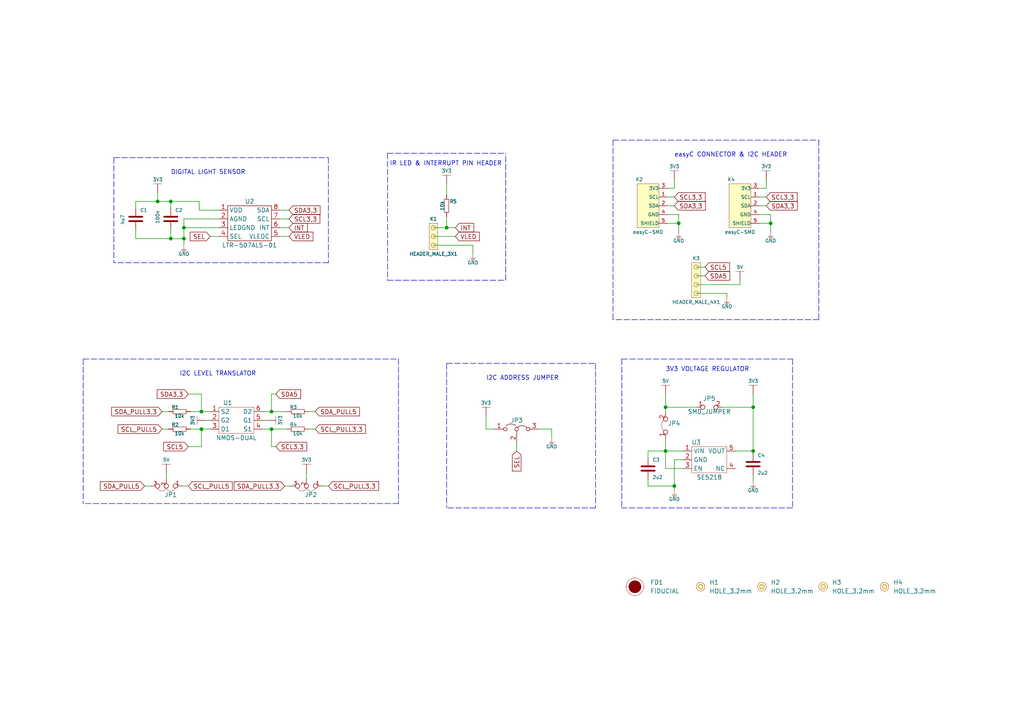
<source format=kicad_sch>
(kicad_sch (version 20211123) (generator eeschema)

  (uuid 54e32c4c-320f-4eae-84c8-421167ac4ff9)

  (paper "A4")

  (title_block
    (title "Digital light sensor LTR-507ALS-01 breakout")
    (date "2021-08-26")
    (rev "V1.1.1.")
    (company "SOLDERED")
    (comment 1 "333063")
  )

  (lib_symbols
    (symbol "e-radionica.com schematics:0603C" (pin_numbers hide) (pin_names (offset 0.002)) (in_bom yes) (on_board yes)
      (property "Reference" "C" (id 0) (at -0.635 3.175 0)
        (effects (font (size 1 1)))
      )
      (property "Value" "0603C" (id 1) (at 0 -3.175 0)
        (effects (font (size 1 1)))
      )
      (property "Footprint" "e-radionica.com footprinti:0603C" (id 2) (at 0 0 0)
        (effects (font (size 1 1)) hide)
      )
      (property "Datasheet" "" (id 3) (at 0 0 0)
        (effects (font (size 1 1)) hide)
      )
      (symbol "0603C_0_1"
        (polyline
          (pts
            (xy -0.635 1.905)
            (xy -0.635 -1.905)
          )
          (stroke (width 0.5) (type default) (color 0 0 0 0))
          (fill (type none))
        )
        (polyline
          (pts
            (xy 0.635 1.905)
            (xy 0.635 -1.905)
          )
          (stroke (width 0.5) (type default) (color 0 0 0 0))
          (fill (type none))
        )
      )
      (symbol "0603C_1_1"
        (pin passive line (at -3.175 0 0) (length 2.54)
          (name "~" (effects (font (size 1.27 1.27))))
          (number "1" (effects (font (size 1.27 1.27))))
        )
        (pin passive line (at 3.175 0 180) (length 2.54)
          (name "~" (effects (font (size 1.27 1.27))))
          (number "2" (effects (font (size 1.27 1.27))))
        )
      )
    )
    (symbol "e-radionica.com schematics:0603R" (pin_numbers hide) (pin_names (offset 0.254)) (in_bom yes) (on_board yes)
      (property "Reference" "R" (id 0) (at -1.905 1.905 0)
        (effects (font (size 1 1)))
      )
      (property "Value" "0603R" (id 1) (at 0 -1.905 0)
        (effects (font (size 1 1)))
      )
      (property "Footprint" "e-radionica.com footprinti:0603R" (id 2) (at -0.635 1.905 0)
        (effects (font (size 1 1)) hide)
      )
      (property "Datasheet" "" (id 3) (at -0.635 1.905 0)
        (effects (font (size 1 1)) hide)
      )
      (symbol "0603R_0_1"
        (rectangle (start -1.905 -0.635) (end 1.905 -0.6604)
          (stroke (width 0.1) (type default) (color 0 0 0 0))
          (fill (type none))
        )
        (rectangle (start -1.905 0.635) (end -1.8796 -0.635)
          (stroke (width 0.1) (type default) (color 0 0 0 0))
          (fill (type none))
        )
        (rectangle (start -1.905 0.635) (end 1.905 0.6096)
          (stroke (width 0.1) (type default) (color 0 0 0 0))
          (fill (type none))
        )
        (rectangle (start 1.905 0.635) (end 1.9304 -0.635)
          (stroke (width 0.1) (type default) (color 0 0 0 0))
          (fill (type none))
        )
      )
      (symbol "0603R_1_1"
        (pin passive line (at -3.175 0 0) (length 1.27)
          (name "~" (effects (font (size 1.27 1.27))))
          (number "1" (effects (font (size 1.27 1.27))))
        )
        (pin passive line (at 3.175 0 180) (length 1.27)
          (name "~" (effects (font (size 1.27 1.27))))
          (number "2" (effects (font (size 1.27 1.27))))
        )
      )
    )
    (symbol "e-radionica.com schematics:3V3" (power) (pin_names (offset 0)) (in_bom yes) (on_board yes)
      (property "Reference" "#PWR" (id 0) (at 4.445 0 0)
        (effects (font (size 1 1)) hide)
      )
      (property "Value" "3V3" (id 1) (at 0 3.556 0)
        (effects (font (size 1 1)))
      )
      (property "Footprint" "" (id 2) (at 4.445 3.81 0)
        (effects (font (size 1 1)) hide)
      )
      (property "Datasheet" "" (id 3) (at 4.445 3.81 0)
        (effects (font (size 1 1)) hide)
      )
      (property "ki_keywords" "power-flag" (id 4) (at 0 0 0)
        (effects (font (size 1.27 1.27)) hide)
      )
      (property "ki_description" "Power symbol creates a global label with name \"+3V3\"" (id 5) (at 0 0 0)
        (effects (font (size 1.27 1.27)) hide)
      )
      (symbol "3V3_0_1"
        (polyline
          (pts
            (xy -1.27 2.54)
            (xy 1.27 2.54)
          )
          (stroke (width 0.0006) (type default) (color 0 0 0 0))
          (fill (type none))
        )
        (polyline
          (pts
            (xy 0 0)
            (xy 0 2.54)
          )
          (stroke (width 0) (type default) (color 0 0 0 0))
          (fill (type none))
        )
      )
      (symbol "3V3_1_1"
        (pin power_in line (at 0 0 90) (length 0) hide
          (name "3V3" (effects (font (size 1.27 1.27))))
          (number "1" (effects (font (size 1.27 1.27))))
        )
      )
    )
    (symbol "e-radionica.com schematics:5V" (power) (pin_names (offset 0)) (in_bom yes) (on_board yes)
      (property "Reference" "#PWR" (id 0) (at 4.445 0 0)
        (effects (font (size 1 1)) hide)
      )
      (property "Value" "5V" (id 1) (at 0 3.556 0)
        (effects (font (size 1 1)))
      )
      (property "Footprint" "" (id 2) (at 4.445 3.81 0)
        (effects (font (size 1 1)) hide)
      )
      (property "Datasheet" "" (id 3) (at 4.445 3.81 0)
        (effects (font (size 1 1)) hide)
      )
      (property "ki_keywords" "power-flag" (id 4) (at 0 0 0)
        (effects (font (size 1.27 1.27)) hide)
      )
      (property "ki_description" "Power symbol creates a global label with name \"+3V3\"" (id 5) (at 0 0 0)
        (effects (font (size 1.27 1.27)) hide)
      )
      (symbol "5V_0_1"
        (polyline
          (pts
            (xy -1.27 2.54)
            (xy 1.27 2.54)
          )
          (stroke (width 0.0006) (type default) (color 0 0 0 0))
          (fill (type none))
        )
        (polyline
          (pts
            (xy 0 0)
            (xy 0 2.54)
          )
          (stroke (width 0) (type default) (color 0 0 0 0))
          (fill (type none))
        )
      )
      (symbol "5V_1_1"
        (pin power_in line (at 0 0 90) (length 0) hide
          (name "5V" (effects (font (size 1.27 1.27))))
          (number "1" (effects (font (size 1.27 1.27))))
        )
      )
    )
    (symbol "e-radionica.com schematics:FIDUCIAL" (in_bom no) (on_board yes)
      (property "Reference" "FD" (id 0) (at 0 3.81 0)
        (effects (font (size 1.27 1.27)))
      )
      (property "Value" "FIDUCIAL" (id 1) (at 0 -3.81 0)
        (effects (font (size 1.27 1.27)))
      )
      (property "Footprint" "e-radionica.com footprinti:FIDUCIAL_23" (id 2) (at 0.254 -5.334 0)
        (effects (font (size 1.27 1.27)) hide)
      )
      (property "Datasheet" "" (id 3) (at 0 0 0)
        (effects (font (size 1.27 1.27)) hide)
      )
      (symbol "FIDUCIAL_0_1"
        (polyline
          (pts
            (xy -2.54 0)
            (xy -2.794 0)
          )
          (stroke (width 0.0006) (type default) (color 0 0 0 0))
          (fill (type none))
        )
        (polyline
          (pts
            (xy 0 -2.54)
            (xy 0 -2.794)
          )
          (stroke (width 0.0006) (type default) (color 0 0 0 0))
          (fill (type none))
        )
        (polyline
          (pts
            (xy 0 2.54)
            (xy 0 2.794)
          )
          (stroke (width 0.0006) (type default) (color 0 0 0 0))
          (fill (type none))
        )
        (polyline
          (pts
            (xy 2.54 0)
            (xy 2.794 0)
          )
          (stroke (width 0.0006) (type default) (color 0 0 0 0))
          (fill (type none))
        )
        (circle (center 0 0) (radius 1.7961)
          (stroke (width 0.001) (type default) (color 0 0 0 0))
          (fill (type outline))
        )
        (circle (center 0 0) (radius 2.54)
          (stroke (width 0.0006) (type default) (color 0 0 0 0))
          (fill (type none))
        )
      )
    )
    (symbol "e-radionica.com schematics:GND" (power) (pin_names (offset 0)) (in_bom yes) (on_board yes)
      (property "Reference" "#PWR" (id 0) (at 4.445 0 0)
        (effects (font (size 1 1)) hide)
      )
      (property "Value" "GND" (id 1) (at 0 -2.921 0)
        (effects (font (size 1 1)))
      )
      (property "Footprint" "" (id 2) (at 4.445 3.81 0)
        (effects (font (size 1 1)) hide)
      )
      (property "Datasheet" "" (id 3) (at 4.445 3.81 0)
        (effects (font (size 1 1)) hide)
      )
      (property "ki_keywords" "power-flag" (id 4) (at 0 0 0)
        (effects (font (size 1.27 1.27)) hide)
      )
      (property "ki_description" "Power symbol creates a global label with name \"+3V3\"" (id 5) (at 0 0 0)
        (effects (font (size 1.27 1.27)) hide)
      )
      (symbol "GND_0_1"
        (polyline
          (pts
            (xy -0.762 -1.27)
            (xy 0.762 -1.27)
          )
          (stroke (width 0.0006) (type default) (color 0 0 0 0))
          (fill (type none))
        )
        (polyline
          (pts
            (xy -0.635 -1.524)
            (xy 0.635 -1.524)
          )
          (stroke (width 0.0006) (type default) (color 0 0 0 0))
          (fill (type none))
        )
        (polyline
          (pts
            (xy -0.381 -1.778)
            (xy 0.381 -1.778)
          )
          (stroke (width 0.0006) (type default) (color 0 0 0 0))
          (fill (type none))
        )
        (polyline
          (pts
            (xy -0.127 -2.032)
            (xy 0.127 -2.032)
          )
          (stroke (width 0.0006) (type default) (color 0 0 0 0))
          (fill (type none))
        )
        (polyline
          (pts
            (xy 0 0)
            (xy 0 -1.27)
          )
          (stroke (width 0.0006) (type default) (color 0 0 0 0))
          (fill (type none))
        )
      )
      (symbol "GND_1_1"
        (pin power_in line (at 0 0 270) (length 0) hide
          (name "GND" (effects (font (size 1.27 1.27))))
          (number "1" (effects (font (size 1.27 1.27))))
        )
      )
    )
    (symbol "e-radionica.com schematics:HEADER_MALE_3X1" (pin_numbers hide) (pin_names hide) (in_bom yes) (on_board yes)
      (property "Reference" "K" (id 0) (at -0.635 5.08 0)
        (effects (font (size 1 1)))
      )
      (property "Value" "HEADER_MALE_3X1" (id 1) (at 0 -5.08 0)
        (effects (font (size 1 1)))
      )
      (property "Footprint" "e-radionica.com footprinti:HEADER_MALE_3X1" (id 2) (at 0 -7.62 0)
        (effects (font (size 1 1)) hide)
      )
      (property "Datasheet" "" (id 3) (at 0 -2.54 0)
        (effects (font (size 1 1)) hide)
      )
      (symbol "HEADER_MALE_3X1_0_1"
        (circle (center 0 -2.54) (radius 0.635)
          (stroke (width 0.0006) (type default) (color 0 0 0 0))
          (fill (type none))
        )
        (circle (center 0 0) (radius 0.635)
          (stroke (width 0.0006) (type default) (color 0 0 0 0))
          (fill (type none))
        )
        (circle (center 0 2.54) (radius 0.635)
          (stroke (width 0.0006) (type default) (color 0 0 0 0))
          (fill (type none))
        )
        (rectangle (start 1.27 -3.81) (end -1.27 3.81)
          (stroke (width 0.001) (type default) (color 0 0 0 0))
          (fill (type background))
        )
      )
      (symbol "HEADER_MALE_3X1_1_1"
        (pin passive line (at 0 -2.54 180) (length 0)
          (name "~" (effects (font (size 1 1))))
          (number "1" (effects (font (size 1 1))))
        )
        (pin passive line (at 0 0 180) (length 0)
          (name "~" (effects (font (size 1 1))))
          (number "2" (effects (font (size 1 1))))
        )
        (pin passive line (at 0 2.54 180) (length 0)
          (name "~" (effects (font (size 1 1))))
          (number "3" (effects (font (size 1 1))))
        )
      )
    )
    (symbol "e-radionica.com schematics:HEADER_MALE_4X1" (pin_numbers hide) (pin_names hide) (in_bom yes) (on_board yes)
      (property "Reference" "K" (id 0) (at -0.635 7.62 0)
        (effects (font (size 1 1)))
      )
      (property "Value" "HEADER_MALE_4X1" (id 1) (at 0 -5.08 0)
        (effects (font (size 1 1)))
      )
      (property "Footprint" "e-radionica.com footprinti:HEADER_MALE_4X1" (id 2) (at 0 -2.54 0)
        (effects (font (size 1 1)) hide)
      )
      (property "Datasheet" "" (id 3) (at 0 -2.54 0)
        (effects (font (size 1 1)) hide)
      )
      (symbol "HEADER_MALE_4X1_0_1"
        (circle (center 0 -2.54) (radius 0.635)
          (stroke (width 0.0006) (type default) (color 0 0 0 0))
          (fill (type none))
        )
        (circle (center 0 0) (radius 0.635)
          (stroke (width 0.0006) (type default) (color 0 0 0 0))
          (fill (type none))
        )
        (circle (center 0 2.54) (radius 0.635)
          (stroke (width 0.0006) (type default) (color 0 0 0 0))
          (fill (type none))
        )
        (circle (center 0 5.08) (radius 0.635)
          (stroke (width 0.0006) (type default) (color 0 0 0 0))
          (fill (type none))
        )
        (rectangle (start 1.27 -3.81) (end -1.27 6.35)
          (stroke (width 0.001) (type default) (color 0 0 0 0))
          (fill (type background))
        )
      )
      (symbol "HEADER_MALE_4X1_1_1"
        (pin passive line (at 0 -2.54 180) (length 0)
          (name "~" (effects (font (size 1 1))))
          (number "1" (effects (font (size 1 1))))
        )
        (pin passive line (at 0 0 180) (length 0)
          (name "~" (effects (font (size 1 1))))
          (number "2" (effects (font (size 1 1))))
        )
        (pin passive line (at 0 2.54 180) (length 0)
          (name "~" (effects (font (size 1 1))))
          (number "3" (effects (font (size 1 1))))
        )
        (pin passive line (at 0 5.08 180) (length 0)
          (name "~" (effects (font (size 1 1))))
          (number "4" (effects (font (size 1 1))))
        )
      )
    )
    (symbol "e-radionica.com schematics:HOLE_3.2mm" (pin_numbers hide) (pin_names hide) (in_bom yes) (on_board yes)
      (property "Reference" "H" (id 0) (at 0 2.54 0)
        (effects (font (size 1.27 1.27)))
      )
      (property "Value" "HOLE_3.2mm" (id 1) (at 0 -2.54 0)
        (effects (font (size 1.27 1.27)))
      )
      (property "Footprint" "e-radionica.com footprinti:HOLE_3.2mm" (id 2) (at 0 0 0)
        (effects (font (size 1.27 1.27)) hide)
      )
      (property "Datasheet" "" (id 3) (at 0 0 0)
        (effects (font (size 1.27 1.27)) hide)
      )
      (symbol "HOLE_3.2mm_0_1"
        (circle (center 0 0) (radius 0.635)
          (stroke (width 0.0006) (type default) (color 0 0 0 0))
          (fill (type none))
        )
        (circle (center 0 0) (radius 1.27)
          (stroke (width 0.001) (type default) (color 0 0 0 0))
          (fill (type background))
        )
      )
    )
    (symbol "e-radionica.com schematics:JUMPER_3_RIGHT" (pin_names hide) (in_bom yes) (on_board yes)
      (property "Reference" "JP" (id 0) (at 0 2.54 0)
        (effects (font (size 1.27 1.27)))
      )
      (property "Value" "JUMPER_3_RIGHT" (id 1) (at 0 -8.382 0)
        (effects (font (size 1.27 1.27)))
      )
      (property "Footprint" "e-radionica.com footprinti:SMD_JUMPER_3_PAD_CONNECTED_RIGHT" (id 2) (at 1.27 -6.35 0)
        (effects (font (size 1.27 1.27)) hide)
      )
      (property "Datasheet" "" (id 3) (at 0 0 0)
        (effects (font (size 1.27 1.27)) hide)
      )
      (symbol "JUMPER_3_RIGHT_0_0"
        (circle (center -3.302 0) (radius 0.508)
          (stroke (width 0) (type default) (color 0 0 0 0))
          (fill (type none))
        )
        (circle (center 0 0) (radius 0.508)
          (stroke (width 0) (type default) (color 0 0 0 0))
          (fill (type none))
        )
        (circle (center 3.302 0) (radius 0.508)
          (stroke (width 0) (type default) (color 0 0 0 0))
          (fill (type none))
        )
      )
      (symbol "JUMPER_3_RIGHT_0_1"
        (arc (start -0.254 1.016) (mid -1.651 1.4992) (end -3.048 1.016)
          (stroke (width 0) (type default) (color 0 0 0 0))
          (fill (type none))
        )
        (polyline
          (pts
            (xy 0 -0.508)
            (xy 0 -1.27)
          )
          (stroke (width 0) (type default) (color 0 0 0 0))
          (fill (type none))
        )
        (arc (start 2.921 0.508) (mid 1.524 0.9912) (end 0.127 0.508)
          (stroke (width 0) (type default) (color 0 0 0 0))
          (fill (type none))
        )
      )
      (symbol "JUMPER_3_RIGHT_1_1"
        (pin passive line (at -6.35 0 0) (length 2.54)
          (name "A" (effects (font (size 1.27 1.27))))
          (number "1" (effects (font (size 1.27 1.27))))
        )
        (pin input line (at 0 -3.81 90) (length 2.54)
          (name "C" (effects (font (size 1.27 1.27))))
          (number "2" (effects (font (size 1.27 1.27))))
        )
        (pin passive line (at 6.35 0 180) (length 2.54)
          (name "B" (effects (font (size 1.27 1.27))))
          (number "3" (effects (font (size 1.27 1.27))))
        )
      )
    )
    (symbol "e-radionica.com schematics:LTR-507ALS-01" (in_bom yes) (on_board yes)
      (property "Reference" "U" (id 0) (at 0 6.35 0)
        (effects (font (size 1.27 1.27)))
      )
      (property "Value" "LTR-507ALS-01" (id 1) (at 0 -6.35 0)
        (effects (font (size 1.27 1.27)))
      )
      (property "Footprint" "e-radionica.com footprinti:LTR-507ALS-01" (id 2) (at 1.27 -8.89 0)
        (effects (font (size 1.27 1.27)) hide)
      )
      (property "Datasheet" "" (id 3) (at 0 0 0)
        (effects (font (size 1.27 1.27)) hide)
      )
      (symbol "LTR-507ALS-01_0_1"
        (rectangle (start -6.35 5.08) (end 6.35 -5.08)
          (stroke (width 0.1524) (type default) (color 0 0 0 0))
          (fill (type none))
        )
      )
      (symbol "LTR-507ALS-01_1_1"
        (pin power_in line (at -8.89 3.81 0) (length 2.54)
          (name "VDD" (effects (font (size 1.27 1.27))))
          (number "1" (effects (font (size 1.27 1.27))))
        )
        (pin power_out line (at -8.89 1.27 0) (length 2.54)
          (name "AGND" (effects (font (size 1.27 1.27))))
          (number "2" (effects (font (size 1.27 1.27))))
        )
        (pin power_out line (at -8.89 -1.27 0) (length 2.54)
          (name "LEDGND" (effects (font (size 1.27 1.27))))
          (number "3" (effects (font (size 1.27 1.27))))
        )
        (pin input line (at -8.89 -3.81 0) (length 2.54)
          (name "SEL" (effects (font (size 1.27 1.27))))
          (number "4" (effects (font (size 1.27 1.27))))
        )
        (pin input line (at 8.89 -3.81 180) (length 2.54)
          (name "VLEDC" (effects (font (size 1.27 1.27))))
          (number "5" (effects (font (size 1.27 1.27))))
        )
        (pin output line (at 8.89 -1.27 180) (length 2.54)
          (name "INT" (effects (font (size 1.27 1.27))))
          (number "6" (effects (font (size 1.27 1.27))))
        )
        (pin bidirectional line (at 8.89 1.27 180) (length 2.54)
          (name "SCL" (effects (font (size 1.27 1.27))))
          (number "7" (effects (font (size 1.27 1.27))))
        )
        (pin bidirectional line (at 8.89 3.81 180) (length 2.54)
          (name "SDA" (effects (font (size 1.27 1.27))))
          (number "8" (effects (font (size 1.27 1.27))))
        )
      )
    )
    (symbol "e-radionica.com schematics:NMOS-DUAL" (in_bom yes) (on_board yes)
      (property "Reference" "U" (id 0) (at -3.81 5.08 0)
        (effects (font (size 1.27 1.27)))
      )
      (property "Value" "NMOS-DUAL" (id 1) (at 0 -5.08 0)
        (effects (font (size 1.27 1.27)))
      )
      (property "Footprint" "e-radionica.com footprinti:SOT-363" (id 2) (at 0 -7.62 0)
        (effects (font (size 1.27 1.27)) hide)
      )
      (property "Datasheet" "" (id 3) (at 0 -2.54 0)
        (effects (font (size 1.27 1.27)) hide)
      )
      (symbol "NMOS-DUAL_0_1"
        (rectangle (start -5.08 3.81) (end 5.08 -3.81)
          (stroke (width 0.0006) (type default) (color 0 0 0 0))
          (fill (type none))
        )
      )
      (symbol "NMOS-DUAL_1_1"
        (pin input line (at -7.62 2.54 0) (length 2.54)
          (name "S2" (effects (font (size 1.27 1.27))))
          (number "1" (effects (font (size 1.27 1.27))))
        )
        (pin input line (at -7.62 0 0) (length 2.54)
          (name "G2" (effects (font (size 1.27 1.27))))
          (number "2" (effects (font (size 1.27 1.27))))
        )
        (pin input line (at -7.62 -2.54 0) (length 2.54)
          (name "D1" (effects (font (size 1.27 1.27))))
          (number "3" (effects (font (size 1.27 1.27))))
        )
        (pin input line (at 7.62 -2.54 180) (length 2.54)
          (name "S1" (effects (font (size 1.27 1.27))))
          (number "4" (effects (font (size 1.27 1.27))))
        )
        (pin input line (at 7.62 0 180) (length 2.54)
          (name "G1" (effects (font (size 1.27 1.27))))
          (number "5" (effects (font (size 1.27 1.27))))
        )
        (pin input line (at 7.62 2.54 180) (length 2.54)
          (name "D2" (effects (font (size 1.27 1.27))))
          (number "6" (effects (font (size 1.27 1.27))))
        )
      )
    )
    (symbol "e-radionica.com schematics:SE5218" (in_bom yes) (on_board yes)
      (property "Reference" "U" (id 0) (at -3.81 5.08 0)
        (effects (font (size 1.27 1.27)))
      )
      (property "Value" "SE5218" (id 1) (at 0 -5.08 0)
        (effects (font (size 1.27 1.27)))
      )
      (property "Footprint" "e-radionica.com footprinti:SOT-23-5" (id 2) (at 0 0 0)
        (effects (font (size 1.27 1.27)) hide)
      )
      (property "Datasheet" "" (id 3) (at 0 0 0)
        (effects (font (size 1.27 1.27)) hide)
      )
      (symbol "SE5218_0_1"
        (rectangle (start -5.08 3.81) (end 5.08 -3.81)
          (stroke (width 0.0006) (type default) (color 0 0 0 0))
          (fill (type none))
        )
      )
      (symbol "SE5218_1_1"
        (pin power_in line (at -7.62 2.54 0) (length 2.54)
          (name "VIN" (effects (font (size 1.27 1.27))))
          (number "1" (effects (font (size 1.27 1.27))))
        )
        (pin power_in line (at -7.62 0 0) (length 2.54)
          (name "GND" (effects (font (size 1.27 1.27))))
          (number "2" (effects (font (size 1.27 1.27))))
        )
        (pin input line (at -7.62 -2.54 0) (length 2.54)
          (name "EN" (effects (font (size 1.27 1.27))))
          (number "3" (effects (font (size 1.27 1.27))))
        )
        (pin passive line (at 7.62 -2.54 180) (length 2.54)
          (name "NC" (effects (font (size 1.27 1.27))))
          (number "4" (effects (font (size 1.27 1.27))))
        )
        (pin power_out line (at 7.62 2.54 180) (length 2.54)
          (name "VOUT" (effects (font (size 1.27 1.27))))
          (number "5" (effects (font (size 1.27 1.27))))
        )
      )
    )
    (symbol "e-radionica.com schematics:SMD-JUMPER-CONNECTED_TRACE_SLODERMASK" (in_bom yes) (on_board yes)
      (property "Reference" "JP" (id 0) (at 0 3.556 0)
        (effects (font (size 1.27 1.27)))
      )
      (property "Value" "SMD-JUMPER-CONNECTED_TRACE_SLODERMASK" (id 1) (at 0 -2.54 0)
        (effects (font (size 1.27 1.27)))
      )
      (property "Footprint" "e-radionica.com footprinti:SMD-JUMPER-CONNECTED_TRACE_SLODERMASK" (id 2) (at 0 -5.715 0)
        (effects (font (size 1.27 1.27)) hide)
      )
      (property "Datasheet" "" (id 3) (at 0 0 0)
        (effects (font (size 1.27 1.27)) hide)
      )
      (symbol "SMD-JUMPER-CONNECTED_TRACE_SLODERMASK_0_1"
        (arc (start 1.397 0.5842) (mid -0.2077 1.1365) (end -1.8034 0.5588)
          (stroke (width 0.0006) (type default) (color 0 0 0 0))
          (fill (type none))
        )
      )
      (symbol "SMD-JUMPER-CONNECTED_TRACE_SLODERMASK_1_1"
        (pin passive inverted (at -4.064 0 0) (length 2.54)
          (name "" (effects (font (size 1.27 1.27))))
          (number "1" (effects (font (size 1.27 1.27))))
        )
        (pin passive inverted (at 3.556 0 180) (length 2.54)
          (name "" (effects (font (size 1.27 1.27))))
          (number "2" (effects (font (size 1.27 1.27))))
        )
      )
    )
    (symbol "e-radionica.com schematics:SMD_JUMPER" (in_bom yes) (on_board yes)
      (property "Reference" "JP" (id 0) (at 0 1.397 0)
        (effects (font (size 1.27 1.27)))
      )
      (property "Value" "SMD_JUMPER" (id 1) (at 0.508 -3.048 0)
        (effects (font (size 1.27 1.27)))
      )
      (property "Footprint" "e-radionica.com footprinti:SMD_JUMPER" (id 2) (at 0 0 0)
        (effects (font (size 1.27 1.27)) hide)
      )
      (property "Datasheet" "" (id 3) (at 0 0 0)
        (effects (font (size 1.27 1.27)) hide)
      )
      (symbol "SMD_JUMPER_1_1"
        (pin passive inverted (at -3.81 0 0) (length 2.54)
          (name "" (effects (font (size 1.27 1.27))))
          (number "1" (effects (font (size 1.27 1.27))))
        )
        (pin passive inverted (at 3.81 0 180) (length 2.54)
          (name "" (effects (font (size 1.27 1.27))))
          (number "2" (effects (font (size 1.27 1.27))))
        )
      )
    )
    (symbol "e-radionica.com schematics:SMD_JUMPER_3_PAD_TRACE" (in_bom yes) (on_board yes)
      (property "Reference" "JP" (id 0) (at 0.0254 5.461 0)
        (effects (font (size 1.27 1.27)))
      )
      (property "Value" "SMD_JUMPER_3_PAD_TRACE" (id 1) (at 0.3048 -4.572 0)
        (effects (font (size 1.27 1.27)))
      )
      (property "Footprint" "e-radionica.com footprinti:SMD_JUMPER_3_PAD_TRACE" (id 2) (at 0 -1.27 0)
        (effects (font (size 1.27 1.27)) hide)
      )
      (property "Datasheet" "" (id 3) (at 0 0 0)
        (effects (font (size 1.27 1.27)) hide)
      )
      (symbol "SMD_JUMPER_3_PAD_TRACE_0_1"
        (arc (start 0 0.5842) (mid -1.2996 1.4721) (end -2.6162 0.6096)
          (stroke (width 0.0006) (type default) (color 0 0 0 0))
          (fill (type none))
        )
        (arc (start 2.5908 0.6604) (mid 1.2796 1.4379) (end 0 0.6096)
          (stroke (width 0.0006) (type default) (color 0 0 0 0))
          (fill (type none))
        )
      )
      (symbol "SMD_JUMPER_3_PAD_TRACE_1_1"
        (pin passive inverted (at -4.5212 -0.0254 0) (length 2.54)
          (name "" (effects (font (size 1 1))))
          (number "1" (effects (font (size 1 1))))
        )
        (pin passive inverted (at 0.0254 -1.9304 90) (length 2.54)
          (name "" (effects (font (size 1 1))))
          (number "2" (effects (font (size 1 1))))
        )
        (pin passive inverted (at 4.4704 0 180) (length 2.54)
          (name "" (effects (font (size 1 1))))
          (number "3" (effects (font (size 1 1))))
        )
      )
    )
    (symbol "e-radionica.com schematics:easyC-SMD" (pin_names (offset 0.002)) (in_bom yes) (on_board yes)
      (property "Reference" "K" (id 0) (at -2.54 10.16 0)
        (effects (font (size 1 1)))
      )
      (property "Value" "easyC-SMD" (id 1) (at 0 -5.08 0)
        (effects (font (size 1 1)))
      )
      (property "Footprint" "e-radionica.com footprinti:easyC-connector" (id 2) (at 3.175 2.54 0)
        (effects (font (size 1 1)) hide)
      )
      (property "Datasheet" "" (id 3) (at 3.175 2.54 0)
        (effects (font (size 1 1)) hide)
      )
      (symbol "easyC-SMD_0_1"
        (rectangle (start -3.175 8.89) (end 3.175 -3.81)
          (stroke (width 0.001) (type default) (color 0 0 0 0))
          (fill (type background))
        )
      )
      (symbol "easyC-SMD_1_1"
        (pin passive line (at 5.715 5.08 180) (length 2.54)
          (name "SCL" (effects (font (size 1 1))))
          (number "1" (effects (font (size 1 1))))
        )
        (pin passive line (at 5.715 2.54 180) (length 2.54)
          (name "SDA" (effects (font (size 1 1))))
          (number "2" (effects (font (size 1 1))))
        )
        (pin passive line (at 5.715 7.62 180) (length 2.54)
          (name "3V3" (effects (font (size 1 1))))
          (number "3" (effects (font (size 1 1))))
        )
        (pin passive line (at 5.715 0 180) (length 2.54)
          (name "GND" (effects (font (size 1 1))))
          (number "4" (effects (font (size 1 1))))
        )
        (pin passive line (at 5.715 -2.54 180) (length 2.54)
          (name "SHIELD" (effects (font (size 1 1))))
          (number "5" (effects (font (size 1 1))))
        )
      )
    )
  )

  (junction (at 195.58 140.97) (diameter 0.9144) (color 0 0 0 0)
    (uuid 0351df45-d042-41d4-ba35-88092c7be2fc)
  )
  (junction (at 223.52 64.77) (diameter 0.9144) (color 0 0 0 0)
    (uuid 0e1ed1c5-7428-4dc7-b76e-49b2d5f8177d)
  )
  (junction (at 196.85 64.77) (diameter 0.9144) (color 0 0 0 0)
    (uuid 240e5dac-6242-47a5-bbef-f76d11c715c0)
  )
  (junction (at 53.34 69.215) (diameter 0.9144) (color 0 0 0 0)
    (uuid 275aa44a-b61f-489f-9e2a-819a0fe0d1eb)
  )
  (junction (at 78.74 124.46) (diameter 0.9144) (color 0 0 0 0)
    (uuid 37e8181c-a81e-498b-b2e2-0aef0c391059)
  )
  (junction (at 49.53 69.215) (diameter 0.9144) (color 0 0 0 0)
    (uuid 57c0c267-8bf9-4cc7-b734-d71a239ac313)
  )
  (junction (at 53.34 66.04) (diameter 0.9144) (color 0 0 0 0)
    (uuid 5ca4be1c-537e-4a4a-b344-d0c8ffde8546)
  )
  (junction (at 129.54 66.04) (diameter 0.9144) (color 0 0 0 0)
    (uuid 676efd2f-1c48-4786-9e4b-2444f1e8f6ff)
  )
  (junction (at 58.42 119.38) (diameter 0.9144) (color 0 0 0 0)
    (uuid 6c67e4f6-9d04-4539-b356-b76e915ce848)
  )
  (junction (at 45.72 58.42) (diameter 0.9144) (color 0 0 0 0)
    (uuid 7cee474b-af8f-4832-b07a-c43c1ab0b464)
  )
  (junction (at 49.53 58.42) (diameter 0.9144) (color 0 0 0 0)
    (uuid 853ee787-6e2c-4f32-bc75-6c17337dd3d5)
  )
  (junction (at 193.04 118.11) (diameter 0.9144) (color 0 0 0 0)
    (uuid 8d9a3ecc-539f-41da-8099-d37cea9c28e7)
  )
  (junction (at 218.44 118.11) (diameter 0.9144) (color 0 0 0 0)
    (uuid aa2ea573-3f20-43c1-aa99-1f9c6031a9aa)
  )
  (junction (at 58.42 124.46) (diameter 0.9144) (color 0 0 0 0)
    (uuid b447dbb1-d38e-4a15-93cb-12c25382ea53)
  )
  (junction (at 78.74 119.38) (diameter 0.9144) (color 0 0 0 0)
    (uuid cfa5c16e-7859-460d-a0b8-cea7d7ea629c)
  )
  (junction (at 193.04 130.81) (diameter 0.9144) (color 0 0 0 0)
    (uuid e472dac4-5b65-4920-b8b2-6065d140a69d)
  )
  (junction (at 218.44 130.81) (diameter 0.9144) (color 0 0 0 0)
    (uuid f40d350f-0d3e-4f8a-b004-d950f2f8f1ba)
  )

  (wire (pts (xy 201.93 82.55) (xy 214.63 82.55))
    (stroke (width 0) (type solid) (color 0 0 0 0))
    (uuid 0585831a-f20f-4878-8b6b-7c68acd2afbd)
  )
  (wire (pts (xy 149.86 128.27) (xy 149.86 130.81))
    (stroke (width 0) (type solid) (color 0 0 0 0))
    (uuid 09db5fcb-3fb1-4c9c-9dc1-e0b5e6764322)
  )
  (wire (pts (xy 41.91 140.97) (xy 43.7896 140.97))
    (stroke (width 0) (type solid) (color 0 0 0 0))
    (uuid 0a425235-0b23-40f6-949a-d2a03cf90860)
  )
  (wire (pts (xy 193.675 54.61) (xy 195.58 54.61))
    (stroke (width 0) (type solid) (color 0 0 0 0))
    (uuid 0d8941a8-821d-4bac-9454-b4910fb8ca4d)
  )
  (wire (pts (xy 220.345 64.77) (xy 223.52 64.77))
    (stroke (width 0) (type solid) (color 0 0 0 0))
    (uuid 0f187872-30cb-49e4-a20b-fcf06808f1f2)
  )
  (wire (pts (xy 195.58 133.35) (xy 195.58 140.97))
    (stroke (width 0) (type solid) (color 0 0 0 0))
    (uuid 109c18e9-72b8-46b3-a10a-84faaa1c1df8)
  )
  (wire (pts (xy 89.535 124.46) (xy 91.44 124.46))
    (stroke (width 0) (type solid) (color 0 0 0 0))
    (uuid 123df0f9-9b75-412e-8f23-480d61a1e80f)
  )
  (polyline (pts (xy 33.02 45.72) (xy 33.02 76.2))
    (stroke (width 0) (type dash) (color 0 0 0 0))
    (uuid 12dce19e-43a4-485c-83bb-228d8e139e04)
  )
  (polyline (pts (xy 33.02 45.72) (xy 95.25 45.72))
    (stroke (width 0) (type dash) (color 0 0 0 0))
    (uuid 12dce19e-43a4-485c-83bb-228d8e139e05)
  )
  (polyline (pts (xy 95.25 45.72) (xy 95.25 76.2))
    (stroke (width 0) (type dash) (color 0 0 0 0))
    (uuid 12dce19e-43a4-485c-83bb-228d8e139e06)
  )
  (polyline (pts (xy 95.25 76.2) (xy 33.02 76.2))
    (stroke (width 0) (type dash) (color 0 0 0 0))
    (uuid 12dce19e-43a4-485c-83bb-228d8e139e07)
  )

  (wire (pts (xy 220.345 59.69) (xy 222.25 59.69))
    (stroke (width 0) (type solid) (color 0 0 0 0))
    (uuid 1321650d-0d17-468d-ba66-7c8f5b61b9a0)
  )
  (wire (pts (xy 93.4212 140.9446) (xy 93.4212 140.97))
    (stroke (width 0) (type solid) (color 0 0 0 0))
    (uuid 1366ed53-9126-42ca-9b39-b541ec597493)
  )
  (polyline (pts (xy 180.34 104.14) (xy 180.34 147.32))
    (stroke (width 0) (type dash) (color 0 0 0 0))
    (uuid 1535fe7f-b136-4889-82e9-c766e5406fd1)
  )
  (polyline (pts (xy 180.34 104.14) (xy 229.87 104.14))
    (stroke (width 0) (type dash) (color 0 0 0 0))
    (uuid 1535fe7f-b136-4889-82e9-c766e5406fd2)
  )
  (polyline (pts (xy 229.87 104.14) (xy 229.87 147.32))
    (stroke (width 0) (type dash) (color 0 0 0 0))
    (uuid 1535fe7f-b136-4889-82e9-c766e5406fd3)
  )
  (polyline (pts (xy 229.87 147.32) (xy 180.34 147.32))
    (stroke (width 0) (type dash) (color 0 0 0 0))
    (uuid 1535fe7f-b136-4889-82e9-c766e5406fd4)
  )

  (wire (pts (xy 58.42 119.38) (xy 60.96 119.38))
    (stroke (width 0) (type solid) (color 0 0 0 0))
    (uuid 15576fe0-9343-474a-8907-757079af8a5d)
  )
  (wire (pts (xy 223.52 62.23) (xy 223.52 64.77))
    (stroke (width 0) (type solid) (color 0 0 0 0))
    (uuid 17b7f8dc-4269-4c1c-8a4f-bd0a4a9f0913)
  )
  (wire (pts (xy 78.74 129.54) (xy 78.74 124.46))
    (stroke (width 0) (type solid) (color 0 0 0 0))
    (uuid 18c33907-168d-4c4e-b1ba-d03b4dd0a311)
  )
  (wire (pts (xy 58.42 129.54) (xy 58.42 124.46))
    (stroke (width 0) (type solid) (color 0 0 0 0))
    (uuid 1a29e913-e70b-4b26-938a-71c1076ea5b5)
  )
  (wire (pts (xy 187.96 130.81) (xy 193.04 130.81))
    (stroke (width 0) (type solid) (color 0 0 0 0))
    (uuid 1df41e8b-39d5-448d-957d-a9125f456096)
  )
  (wire (pts (xy 209.55 118.11) (xy 218.44 118.11))
    (stroke (width 0) (type solid) (color 0 0 0 0))
    (uuid 1faac7f6-bc9f-4a64-a11c-39f49ddb69d6)
  )
  (wire (pts (xy 53.34 66.04) (xy 63.5 66.04))
    (stroke (width 0) (type solid) (color 0 0 0 0))
    (uuid 2031488d-3582-475a-8f60-a1b91625f93b)
  )
  (wire (pts (xy 55.245 124.46) (xy 58.42 124.46))
    (stroke (width 0) (type solid) (color 0 0 0 0))
    (uuid 21525012-4a33-42a1-b8c3-bb1dae0046e7)
  )
  (wire (pts (xy 59.69 121.92) (xy 60.96 121.92))
    (stroke (width 0) (type solid) (color 0 0 0 0))
    (uuid 225a8c52-b338-4454-8a2d-09f012235871)
  )
  (wire (pts (xy 218.44 118.11) (xy 218.44 130.81))
    (stroke (width 0) (type solid) (color 0 0 0 0))
    (uuid 242fffe4-2bd1-4d25-b14c-17db4347269a)
  )
  (wire (pts (xy 78.74 114.3) (xy 78.74 119.38))
    (stroke (width 0) (type solid) (color 0 0 0 0))
    (uuid 27f81268-4e6f-49b0-84bf-adffb6368e4f)
  )
  (wire (pts (xy 81.28 66.04) (xy 83.82 66.04))
    (stroke (width 0) (type solid) (color 0 0 0 0))
    (uuid 2a1f4a4e-d9de-4ab6-acb1-25784d636ca9)
  )
  (wire (pts (xy 196.85 64.77) (xy 196.85 67.31))
    (stroke (width 0) (type solid) (color 0 0 0 0))
    (uuid 2f00f7ee-8b86-4c5a-9b93-b410125c0079)
  )
  (wire (pts (xy 53.34 63.5) (xy 63.5 63.5))
    (stroke (width 0) (type solid) (color 0 0 0 0))
    (uuid 32cb5846-9318-45d5-ac66-c67fb0e2d8e4)
  )
  (wire (pts (xy 53.34 66.04) (xy 53.34 63.5))
    (stroke (width 0) (type solid) (color 0 0 0 0))
    (uuid 32cb5846-9318-45d5-ac66-c67fb0e2d8e5)
  )
  (wire (pts (xy 213.36 130.81) (xy 218.44 130.81))
    (stroke (width 0) (type solid) (color 0 0 0 0))
    (uuid 32d22449-06ab-4790-b8f4-e8449ca628de)
  )
  (polyline (pts (xy 129.54 105.41) (xy 129.54 147.32))
    (stroke (width 0) (type dash) (color 0 0 0 0))
    (uuid 33dcb20d-d56a-4a41-9a9f-83d1723716b7)
  )
  (polyline (pts (xy 129.54 105.41) (xy 172.72 105.41))
    (stroke (width 0) (type dash) (color 0 0 0 0))
    (uuid 33dcb20d-d56a-4a41-9a9f-83d1723716b8)
  )
  (polyline (pts (xy 172.72 105.41) (xy 172.72 147.32))
    (stroke (width 0) (type dash) (color 0 0 0 0))
    (uuid 33dcb20d-d56a-4a41-9a9f-83d1723716b9)
  )
  (polyline (pts (xy 172.72 147.32) (xy 129.54 147.32))
    (stroke (width 0) (type dash) (color 0 0 0 0))
    (uuid 33dcb20d-d56a-4a41-9a9f-83d1723716ba)
  )

  (wire (pts (xy 93.4212 140.97) (xy 95.25 140.97))
    (stroke (width 0) (type solid) (color 0 0 0 0))
    (uuid 34e7ffc2-da37-461f-ac86-ad88ac4e04d6)
  )
  (wire (pts (xy 46.99 124.46) (xy 48.895 124.46))
    (stroke (width 0) (type solid) (color 0 0 0 0))
    (uuid 35d13d2b-81f1-4bfd-b08d-d5759f603d74)
  )
  (wire (pts (xy 193.04 135.89) (xy 193.04 130.81))
    (stroke (width 0) (type solid) (color 0 0 0 0))
    (uuid 36935c5d-fefc-4965-838f-4547a8604328)
  )
  (wire (pts (xy 80.01 129.54) (xy 78.74 129.54))
    (stroke (width 0) (type solid) (color 0 0 0 0))
    (uuid 3892589f-6564-46f2-81fe-2cd16f46b070)
  )
  (wire (pts (xy 201.93 85.09) (xy 210.82 85.09))
    (stroke (width 0) (type solid) (color 0 0 0 0))
    (uuid 3cf6c898-1555-4ce2-bd89-987317bba17d)
  )
  (wire (pts (xy 52.7812 140.9446) (xy 54.61 140.9446))
    (stroke (width 0) (type solid) (color 0 0 0 0))
    (uuid 405c14b4-fdee-4b68-9ea5-0758bf10eb4a)
  )
  (wire (pts (xy 193.04 127.254) (xy 193.04 130.81))
    (stroke (width 0) (type solid) (color 0 0 0 0))
    (uuid 4180b419-c5cc-48ba-ae6d-6d21276e3aee)
  )
  (wire (pts (xy 39.37 66.675) (xy 39.37 69.215))
    (stroke (width 0) (type solid) (color 0 0 0 0))
    (uuid 4657a2d3-b4a1-4d49-86da-9295099ca038)
  )
  (wire (pts (xy 39.37 69.215) (xy 49.53 69.215))
    (stroke (width 0) (type solid) (color 0 0 0 0))
    (uuid 4657a2d3-b4a1-4d49-86da-9295099ca039)
  )
  (wire (pts (xy 88.8746 137.16) (xy 88.9 137.16))
    (stroke (width 0) (type solid) (color 0 0 0 0))
    (uuid 49a3c2da-46c0-4a68-aaef-2ad0db25c932)
  )
  (wire (pts (xy 187.96 139.065) (xy 187.96 140.97))
    (stroke (width 0) (type solid) (color 0 0 0 0))
    (uuid 4ee32146-9006-4107-99c2-e7ff0f6631be)
  )
  (wire (pts (xy 198.12 135.89) (xy 193.04 135.89))
    (stroke (width 0) (type solid) (color 0 0 0 0))
    (uuid 59cec1e5-e559-4387-ae83-cd48fc291a4a)
  )
  (wire (pts (xy 58.42 114.3) (xy 58.42 119.38))
    (stroke (width 0) (type solid) (color 0 0 0 0))
    (uuid 60a9fded-4254-47a8-aa6e-e553ddc67960)
  )
  (wire (pts (xy 210.82 85.09) (xy 210.82 86.36))
    (stroke (width 0) (type solid) (color 0 0 0 0))
    (uuid 61a3f473-ce76-4024-a739-e5222a1e15bb)
  )
  (wire (pts (xy 82.55 140.97) (xy 84.4296 140.97))
    (stroke (width 0) (type solid) (color 0 0 0 0))
    (uuid 696d27bd-65de-464c-8995-57b57033ad78)
  )
  (wire (pts (xy 54.61 140.9446) (xy 54.61 140.97))
    (stroke (width 0) (type solid) (color 0 0 0 0))
    (uuid 6a538756-68e6-4775-834d-af9cdad5d943)
  )
  (wire (pts (xy 125.73 68.58) (xy 132.08 68.58))
    (stroke (width 0) (type solid) (color 0 0 0 0))
    (uuid 6ebecfc0-d6d5-4cba-b6c4-bc7363c40c21)
  )
  (wire (pts (xy 46.99 119.38) (xy 48.895 119.38))
    (stroke (width 0) (type solid) (color 0 0 0 0))
    (uuid 6f2c0f0e-2723-4e76-bc0d-25066b718b00)
  )
  (wire (pts (xy 54.61 129.54) (xy 58.42 129.54))
    (stroke (width 0) (type solid) (color 0 0 0 0))
    (uuid 6fd65a08-6e5f-4032-951f-d02be3691950)
  )
  (wire (pts (xy 198.12 130.81) (xy 193.04 130.81))
    (stroke (width 0) (type solid) (color 0 0 0 0))
    (uuid 773c9ec1-b120-437e-b5a4-7d875d16811d)
  )
  (wire (pts (xy 198.12 133.35) (xy 195.58 133.35))
    (stroke (width 0) (type solid) (color 0 0 0 0))
    (uuid 78f2040e-2dad-4361-8a0a-5f965a5f6c40)
  )
  (wire (pts (xy 220.345 57.15) (xy 222.25 57.15))
    (stroke (width 0) (type solid) (color 0 0 0 0))
    (uuid 7b3c34f9-e42f-4cb3-8dfb-03a856e5f47b)
  )
  (wire (pts (xy 129.54 53.34) (xy 129.54 56.515))
    (stroke (width 0) (type solid) (color 0 0 0 0))
    (uuid 7b4078bf-8b08-44e7-bcdc-e6f4438720e8)
  )
  (wire (pts (xy 88.8746 139.0396) (xy 88.8746 137.16))
    (stroke (width 0) (type solid) (color 0 0 0 0))
    (uuid 827b35c6-de31-41c0-89d3-5129abbb945b)
  )
  (wire (pts (xy 195.58 140.97) (xy 195.58 142.24))
    (stroke (width 0) (type solid) (color 0 0 0 0))
    (uuid 8375a4c0-7b8f-43b0-a567-cc1cddc09998)
  )
  (wire (pts (xy 76.2 121.92) (xy 77.47 121.92))
    (stroke (width 0) (type solid) (color 0 0 0 0))
    (uuid 8502ecdb-ebad-4f2e-94c8-d411da3928d3)
  )
  (wire (pts (xy 201.93 80.01) (xy 204.47 80.01))
    (stroke (width 0) (type solid) (color 0 0 0 0))
    (uuid 86f555ab-4cf6-402d-8fb0-af80b93e8d39)
  )
  (wire (pts (xy 53.34 66.04) (xy 53.34 69.215))
    (stroke (width 0) (type solid) (color 0 0 0 0))
    (uuid 8af75b41-cdb4-449d-9db9-54dff37f91af)
  )
  (wire (pts (xy 53.34 69.215) (xy 53.34 71.12))
    (stroke (width 0) (type solid) (color 0 0 0 0))
    (uuid 8af75b41-cdb4-449d-9db9-54dff37f91b0)
  )
  (wire (pts (xy 160.02 124.46) (xy 156.21 124.46))
    (stroke (width 0) (type solid) (color 0 0 0 0))
    (uuid 8b937858-4093-4383-a499-c899bd133f0f)
  )
  (wire (pts (xy 160.02 127) (xy 160.02 124.46))
    (stroke (width 0) (type solid) (color 0 0 0 0))
    (uuid 8b937858-4093-4383-a499-c899bd133f10)
  )
  (wire (pts (xy 220.345 62.23) (xy 223.52 62.23))
    (stroke (width 0) (type solid) (color 0 0 0 0))
    (uuid 8e86c86d-0475-46ab-98c9-66afff21c8ad)
  )
  (wire (pts (xy 193.675 57.15) (xy 195.58 57.15))
    (stroke (width 0) (type solid) (color 0 0 0 0))
    (uuid 923ea733-d8b9-4d05-b9a9-dd78d1593114)
  )
  (wire (pts (xy 140.97 124.46) (xy 140.97 120.65))
    (stroke (width 0) (type solid) (color 0 0 0 0))
    (uuid 935e8f2a-5c4b-486b-aa53-daf274968546)
  )
  (wire (pts (xy 143.51 124.46) (xy 140.97 124.46))
    (stroke (width 0) (type solid) (color 0 0 0 0))
    (uuid 935e8f2a-5c4b-486b-aa53-daf274968547)
  )
  (wire (pts (xy 137.16 71.12) (xy 125.73 71.12))
    (stroke (width 0) (type solid) (color 0 0 0 0))
    (uuid 946c493b-39e1-40cd-bda0-47f36b888be6)
  )
  (wire (pts (xy 137.16 73.66) (xy 137.16 71.12))
    (stroke (width 0) (type solid) (color 0 0 0 0))
    (uuid 946c493b-39e1-40cd-bda0-47f36b888be7)
  )
  (wire (pts (xy 214.63 82.55) (xy 214.63 81.28))
    (stroke (width 0) (type solid) (color 0 0 0 0))
    (uuid 94742de9-c308-4c4e-be6f-1f45489470d0)
  )
  (wire (pts (xy 48.2346 139.0396) (xy 48.2346 137.16))
    (stroke (width 0) (type solid) (color 0 0 0 0))
    (uuid 967e1c28-398d-48ac-ba33-2b77d8bc4563)
  )
  (wire (pts (xy 218.44 130.81) (xy 218.44 131.445))
    (stroke (width 0) (type solid) (color 0 0 0 0))
    (uuid 96d9cc3b-1e2b-4a9f-99d9-515aacff9ac8)
  )
  (wire (pts (xy 201.93 77.47) (xy 204.47 77.47))
    (stroke (width 0) (type solid) (color 0 0 0 0))
    (uuid 9b4cc036-2060-41cc-b849-9d52d2a3946f)
  )
  (wire (pts (xy 55.245 119.38) (xy 58.42 119.38))
    (stroke (width 0) (type solid) (color 0 0 0 0))
    (uuid 9ba5983b-a537-4d01-b29c-246562b8053a)
  )
  (wire (pts (xy 187.96 132.715) (xy 187.96 130.81))
    (stroke (width 0) (type solid) (color 0 0 0 0))
    (uuid a0c7865b-6d27-4e2f-bae2-7debafd5a267)
  )
  (wire (pts (xy 58.42 124.46) (xy 60.96 124.46))
    (stroke (width 0) (type solid) (color 0 0 0 0))
    (uuid a1b72912-a3a8-447b-b3f0-d27cbdb15903)
  )
  (wire (pts (xy 218.44 118.11) (xy 218.44 114.3))
    (stroke (width 0) (type solid) (color 0 0 0 0))
    (uuid a6391af1-ba00-4b11-9cb2-ab85bc505f60)
  )
  (wire (pts (xy 80.01 114.3) (xy 78.74 114.3))
    (stroke (width 0) (type solid) (color 0 0 0 0))
    (uuid abb86994-aff7-4968-b7cb-7f5104441b9d)
  )
  (wire (pts (xy 76.2 119.38) (xy 78.74 119.38))
    (stroke (width 0) (type solid) (color 0 0 0 0))
    (uuid ac3b02ac-5aea-4d25-88aa-d7f98304033c)
  )
  (wire (pts (xy 187.96 140.97) (xy 195.58 140.97))
    (stroke (width 0) (type solid) (color 0 0 0 0))
    (uuid ad5a0e25-b151-4417-aea1-5c98dd3d9540)
  )
  (wire (pts (xy 60.96 68.58) (xy 63.5 68.58))
    (stroke (width 0) (type solid) (color 0 0 0 0))
    (uuid ad6321d5-d206-4107-acf8-3e86afc29782)
  )
  (wire (pts (xy 81.28 68.58) (xy 83.82 68.58))
    (stroke (width 0) (type solid) (color 0 0 0 0))
    (uuid b2084425-784a-41bf-ab8a-272c7342d514)
  )
  (wire (pts (xy 39.37 58.42) (xy 45.72 58.42))
    (stroke (width 0) (type solid) (color 0 0 0 0))
    (uuid b31a64fc-7a35-4a1a-883f-4e80548aa2b5)
  )
  (wire (pts (xy 39.37 60.325) (xy 39.37 58.42))
    (stroke (width 0) (type solid) (color 0 0 0 0))
    (uuid b31a64fc-7a35-4a1a-883f-4e80548aa2b6)
  )
  (wire (pts (xy 195.58 54.61) (xy 195.58 52.07))
    (stroke (width 0) (type solid) (color 0 0 0 0))
    (uuid b390775c-ff02-4205-8506-ed93dd476992)
  )
  (wire (pts (xy 222.25 54.61) (xy 222.25 52.07))
    (stroke (width 0) (type solid) (color 0 0 0 0))
    (uuid b4d0fb90-ed89-4347-b448-0476c2a3ce35)
  )
  (wire (pts (xy 220.345 54.61) (xy 222.25 54.61))
    (stroke (width 0) (type solid) (color 0 0 0 0))
    (uuid b73b5325-8def-4e84-a22f-103c5cd9d05c)
  )
  (polyline (pts (xy 24.13 104.14) (xy 24.13 146.05))
    (stroke (width 0) (type dash) (color 0 0 0 0))
    (uuid ba575872-ae68-4c11-8fef-fa8b2ab3a6f3)
  )
  (polyline (pts (xy 24.13 104.14) (xy 115.57 104.14))
    (stroke (width 0) (type dash) (color 0 0 0 0))
    (uuid ba575872-ae68-4c11-8fef-fa8b2ab3a6f4)
  )
  (polyline (pts (xy 115.57 104.14) (xy 115.57 146.05))
    (stroke (width 0) (type dash) (color 0 0 0 0))
    (uuid ba575872-ae68-4c11-8fef-fa8b2ab3a6f5)
  )
  (polyline (pts (xy 115.57 146.05) (xy 24.13 146.05))
    (stroke (width 0) (type dash) (color 0 0 0 0))
    (uuid ba575872-ae68-4c11-8fef-fa8b2ab3a6f6)
  )

  (wire (pts (xy 54.61 114.3) (xy 58.42 114.3))
    (stroke (width 0) (type solid) (color 0 0 0 0))
    (uuid bf2fe151-8063-4049-8ca4-a4d382d5fb35)
  )
  (wire (pts (xy 193.675 59.69) (xy 195.58 59.69))
    (stroke (width 0) (type solid) (color 0 0 0 0))
    (uuid c1ffd2f9-aa1f-4001-aa5a-3b76a3f82907)
  )
  (wire (pts (xy 48.2346 137.16) (xy 48.26 137.16))
    (stroke (width 0) (type solid) (color 0 0 0 0))
    (uuid c954c2e6-dfa9-487e-84a9-c5fb60284630)
  )
  (wire (pts (xy 78.74 119.38) (xy 83.185 119.38))
    (stroke (width 0) (type solid) (color 0 0 0 0))
    (uuid cacd38f8-61c8-45e5-a468-b4875b0a4031)
  )
  (wire (pts (xy 129.54 62.865) (xy 129.54 66.04))
    (stroke (width 0) (type solid) (color 0 0 0 0))
    (uuid cc2c13fe-fff7-4406-967f-f3265dd7b0b8)
  )
  (wire (pts (xy 223.52 64.77) (xy 223.52 67.31))
    (stroke (width 0) (type solid) (color 0 0 0 0))
    (uuid cd6d0859-8df3-4ca7-a28d-494f4e8d2814)
  )
  (polyline (pts (xy 177.8 40.64) (xy 177.8 92.71))
    (stroke (width 0) (type dash) (color 0 0 0 0))
    (uuid ce709b0f-7a42-4389-8b62-1becba9b35e0)
  )
  (polyline (pts (xy 177.8 40.64) (xy 237.49 40.64))
    (stroke (width 0) (type dash) (color 0 0 0 0))
    (uuid ce709b0f-7a42-4389-8b62-1becba9b35e1)
  )
  (polyline (pts (xy 237.49 40.64) (xy 237.49 92.71))
    (stroke (width 0) (type dash) (color 0 0 0 0))
    (uuid ce709b0f-7a42-4389-8b62-1becba9b35e2)
  )
  (polyline (pts (xy 237.49 92.71) (xy 177.8 92.71))
    (stroke (width 0) (type dash) (color 0 0 0 0))
    (uuid ce709b0f-7a42-4389-8b62-1becba9b35e3)
  )

  (wire (pts (xy 193.04 118.11) (xy 193.04 119.634))
    (stroke (width 0) (type solid) (color 0 0 0 0))
    (uuid d17ab01a-c44a-408c-b367-352202135768)
  )
  (wire (pts (xy 193.675 62.23) (xy 196.85 62.23))
    (stroke (width 0) (type solid) (color 0 0 0 0))
    (uuid d8db82fe-ae56-4536-afad-d3f2ef9c0cca)
  )
  (wire (pts (xy 57.785 58.42) (xy 49.53 58.42))
    (stroke (width 0) (type solid) (color 0 0 0 0))
    (uuid dad4f27d-2208-4e00-8a40-92d14f9bc378)
  )
  (wire (pts (xy 57.785 60.96) (xy 57.785 58.42))
    (stroke (width 0) (type solid) (color 0 0 0 0))
    (uuid dad4f27d-2208-4e00-8a40-92d14f9bc379)
  )
  (wire (pts (xy 63.5 60.96) (xy 57.785 60.96))
    (stroke (width 0) (type solid) (color 0 0 0 0))
    (uuid dad4f27d-2208-4e00-8a40-92d14f9bc37a)
  )
  (wire (pts (xy 193.675 64.77) (xy 196.85 64.77))
    (stroke (width 0) (type solid) (color 0 0 0 0))
    (uuid db1a69ff-d2ff-431d-95e3-b2998aae915a)
  )
  (wire (pts (xy 89.535 119.38) (xy 91.44 119.38))
    (stroke (width 0) (type solid) (color 0 0 0 0))
    (uuid df5a1479-f7e6-4d37-8cc7-6680b57af5fe)
  )
  (wire (pts (xy 81.28 63.5) (xy 83.82 63.5))
    (stroke (width 0) (type solid) (color 0 0 0 0))
    (uuid e16d5bf4-24ce-4ca9-ba26-552079ee9072)
  )
  (wire (pts (xy 193.04 114.3) (xy 193.04 118.11))
    (stroke (width 0) (type solid) (color 0 0 0 0))
    (uuid e41ccf81-d9e8-4db7-b9f2-7e9f9f5f62e9)
  )
  (wire (pts (xy 45.72 58.42) (xy 45.72 55.88))
    (stroke (width 0) (type solid) (color 0 0 0 0))
    (uuid eb9204f1-633c-44aa-8240-ca4da0abd80f)
  )
  (wire (pts (xy 49.53 58.42) (xy 45.72 58.42))
    (stroke (width 0) (type solid) (color 0 0 0 0))
    (uuid eb9204f1-633c-44aa-8240-ca4da0abd810)
  )
  (wire (pts (xy 49.53 60.325) (xy 49.53 58.42))
    (stroke (width 0) (type solid) (color 0 0 0 0))
    (uuid eb9204f1-633c-44aa-8240-ca4da0abd811)
  )
  (wire (pts (xy 49.53 66.675) (xy 49.53 69.215))
    (stroke (width 0) (type solid) (color 0 0 0 0))
    (uuid ec85059f-64bd-42d8-a9fe-fc5de4a92ead)
  )
  (wire (pts (xy 49.53 69.215) (xy 53.34 69.215))
    (stroke (width 0) (type solid) (color 0 0 0 0))
    (uuid ec85059f-64bd-42d8-a9fe-fc5de4a92eae)
  )
  (wire (pts (xy 76.2 124.46) (xy 78.74 124.46))
    (stroke (width 0) (type solid) (color 0 0 0 0))
    (uuid f15c859e-b934-4191-b33c-2d0432ae3137)
  )
  (polyline (pts (xy 112.395 44.45) (xy 112.395 81.28))
    (stroke (width 0) (type dash) (color 0 0 0 0))
    (uuid f3f5f0c6-46ce-4866-be69-c35d3a93db21)
  )
  (polyline (pts (xy 112.395 44.45) (xy 146.685 44.45))
    (stroke (width 0) (type dash) (color 0 0 0 0))
    (uuid f3f5f0c6-46ce-4866-be69-c35d3a93db22)
  )
  (polyline (pts (xy 112.395 81.28) (xy 146.685 81.28))
    (stroke (width 0) (type dash) (color 0 0 0 0))
    (uuid f3f5f0c6-46ce-4866-be69-c35d3a93db23)
  )
  (polyline (pts (xy 146.685 81.28) (xy 146.685 44.45))
    (stroke (width 0) (type dash) (color 0 0 0 0))
    (uuid f3f5f0c6-46ce-4866-be69-c35d3a93db24)
  )

  (wire (pts (xy 218.44 137.795) (xy 218.44 139.7))
    (stroke (width 0) (type solid) (color 0 0 0 0))
    (uuid f42b90cf-5d39-4825-a159-61dfd1b75800)
  )
  (wire (pts (xy 125.73 66.04) (xy 129.54 66.04))
    (stroke (width 0) (type solid) (color 0 0 0 0))
    (uuid f56e5ca1-80d8-4df9-95fd-845831e495a8)
  )
  (wire (pts (xy 129.54 66.04) (xy 132.08 66.04))
    (stroke (width 0) (type solid) (color 0 0 0 0))
    (uuid f56e5ca1-80d8-4df9-95fd-845831e495a9)
  )
  (wire (pts (xy 193.04 118.11) (xy 201.93 118.11))
    (stroke (width 0) (type solid) (color 0 0 0 0))
    (uuid f6c2ec08-7bf8-4e46-8a9f-36d0164951f1)
  )
  (wire (pts (xy 81.28 60.96) (xy 83.82 60.96))
    (stroke (width 0) (type solid) (color 0 0 0 0))
    (uuid fb810e8e-297f-4ca6-86e0-e48349ed70ad)
  )
  (wire (pts (xy 196.85 62.23) (xy 196.85 64.77))
    (stroke (width 0) (type solid) (color 0 0 0 0))
    (uuid fd04ddf8-c063-4044-80bd-c28742dda665)
  )
  (wire (pts (xy 78.74 124.46) (xy 83.185 124.46))
    (stroke (width 0) (type solid) (color 0 0 0 0))
    (uuid fe420af9-964e-42c0-9406-d018da8a444b)
  )

  (text "IR LED & INTERRUPT PIN HEADER" (at 113.03 48.26 0)
    (effects (font (size 1.27 1.27)) (justify left bottom))
    (uuid 6932f376-41dd-486e-bdbf-1b61c7615c9c)
  )
  (text "easyC CONNECTOR & I2C HEADER" (at 195.58 45.72 0)
    (effects (font (size 1.27 1.27)) (justify left bottom))
    (uuid 84c12afb-2370-4d4f-836c-46c20c8b1c83)
  )
  (text "DIGITAL LIGHT SENSOR" (at 49.53 50.8 0)
    (effects (font (size 1.27 1.27)) (justify left bottom))
    (uuid 89468d59-18ea-4cfa-a03e-bb04e96e1027)
  )
  (text "I2C LEVEL TRANSLATOR" (at 52.07 109.22 0)
    (effects (font (size 1.27 1.27)) (justify left bottom))
    (uuid a62d83ce-5f4d-49e8-b764-9b6456458a91)
  )
  (text "3V3 VOLTAGE REGULATOR" (at 193.04 107.95 0)
    (effects (font (size 1.27 1.27)) (justify left bottom))
    (uuid af085342-a3c5-4b77-b0da-5c6bf2612c87)
  )
  (text "I2C ADDRESS JUMPER" (at 140.97 110.49 0)
    (effects (font (size 1.27 1.27)) (justify left bottom))
    (uuid d0114fd6-8a03-4510-8571-4666f7047bde)
  )

  (global_label "SCL3,3" (shape input) (at 80.01 129.54 0)
    (effects (font (size 1.27 1.27)) (justify left))
    (uuid 0957fcf9-3a54-4a67-ac11-ae0b97099513)
    (property "Intersheet References" "${INTERSHEET_REFS}" (id 0) (at 90.4785 129.4606 0)
      (effects (font (size 1.27 1.27)) (justify left) hide)
    )
  )
  (global_label "SCL5" (shape input) (at 54.61 129.54 180)
    (effects (font (size 1.27 1.27)) (justify right))
    (uuid 272a82cf-a3f2-467f-9f0d-aebc17e3038c)
    (property "Intersheet References" "${INTERSHEET_REFS}" (id 0) (at 45.9558 129.6194 0)
      (effects (font (size 1.27 1.27)) (justify right) hide)
    )
  )
  (global_label "SDA_PULL3,3" (shape input) (at 46.99 119.38 180)
    (effects (font (size 1.27 1.27)) (justify right))
    (uuid 2994a6e8-50ac-4c1f-923f-bf98e73b24ab)
    (property "Intersheet References" "${INTERSHEET_REFS}" (id 0) (at 30.8367 119.3006 0)
      (effects (font (size 1.27 1.27)) (justify right) hide)
    )
  )
  (global_label "SCL3,3" (shape input) (at 222.25 57.15 0)
    (effects (font (size 1.27 1.27)) (justify left))
    (uuid 2c89f881-e645-42c4-9bb6-493aef7260d0)
    (property "Intersheet References" "${INTERSHEET_REFS}" (id 0) (at 232.7185 57.0706 0)
      (effects (font (size 1.27 1.27)) (justify left) hide)
    )
  )
  (global_label "SCL_PULL3,3" (shape input) (at 91.44 124.46 0)
    (effects (font (size 1.27 1.27)) (justify left))
    (uuid 2fb6604f-3446-4dce-9811-1f68c0b40e77)
    (property "Intersheet References" "${INTERSHEET_REFS}" (id 0) (at 107.5328 124.3806 0)
      (effects (font (size 1.27 1.27)) (justify left) hide)
    )
  )
  (global_label "SDA3,3" (shape input) (at 195.58 59.69 0)
    (effects (font (size 1.27 1.27)) (justify left))
    (uuid 3daab2c4-b2fa-47e8-9607-8916739341f1)
    (property "Intersheet References" "${INTERSHEET_REFS}" (id 0) (at 206.109 59.7694 0)
      (effects (font (size 1.27 1.27)) (justify left) hide)
    )
  )
  (global_label "SEL" (shape input) (at 149.86 130.81 270) (fields_autoplaced)
    (effects (font (size 1.27 1.27)) (justify right))
    (uuid 44c3802d-abd8-41d9-9f24-90c6d3a2cb7c)
    (property "Intersheet References" "${INTERSHEET_REFS}" (id 0) (at 149.7806 136.6098 90)
      (effects (font (size 1.27 1.27)) (justify right) hide)
    )
  )
  (global_label "SDA5" (shape input) (at 80.01 114.3 0)
    (effects (font (size 1.27 1.27)) (justify left))
    (uuid 464d7495-521c-45c4-ae02-91514b750895)
    (property "Intersheet References" "${INTERSHEET_REFS}" (id 0) (at 88.7247 114.3794 0)
      (effects (font (size 1.27 1.27)) (justify left) hide)
    )
  )
  (global_label "SEL" (shape input) (at 60.96 68.58 180) (fields_autoplaced)
    (effects (font (size 1.27 1.27)) (justify right))
    (uuid 52da16d8-3db3-41fa-8eaa-5e8d0730aa26)
    (property "Intersheet References" "${INTERSHEET_REFS}" (id 0) (at 55.1602 68.5006 0)
      (effects (font (size 1.27 1.27)) (justify right) hide)
    )
  )
  (global_label "VLED" (shape input) (at 83.82 68.58 0) (fields_autoplaced)
    (effects (font (size 1.27 1.27)) (justify left))
    (uuid 5da589e5-d006-44a3-8e32-4b36bd1f9ab6)
    (property "Intersheet References" "${INTERSHEET_REFS}" (id 0) (at 90.7688 68.5006 0)
      (effects (font (size 1.27 1.27)) (justify left) hide)
    )
  )
  (global_label "SDA3,3" (shape input) (at 83.82 60.96 0)
    (effects (font (size 1.27 1.27)) (justify left))
    (uuid 5f4f6a45-d5a6-49c4-a06a-87552eea15da)
    (property "Intersheet References" "${INTERSHEET_REFS}" (id 0) (at 94.349 61.0394 0)
      (effects (font (size 1.27 1.27)) (justify left) hide)
    )
  )
  (global_label "SCL3,3" (shape input) (at 195.58 57.15 0)
    (effects (font (size 1.27 1.27)) (justify left))
    (uuid 67043487-4d37-4fb3-b32c-4df22b2a1421)
    (property "Intersheet References" "${INTERSHEET_REFS}" (id 0) (at 206.0485 57.0706 0)
      (effects (font (size 1.27 1.27)) (justify left) hide)
    )
  )
  (global_label "SDA3,3" (shape input) (at 54.61 114.3 180)
    (effects (font (size 1.27 1.27)) (justify right))
    (uuid 673bc83a-6bdc-40bb-8fe7-4d1a996b71e7)
    (property "Intersheet References" "${INTERSHEET_REFS}" (id 0) (at 44.081 114.2206 0)
      (effects (font (size 1.27 1.27)) (justify right) hide)
    )
  )
  (global_label "VLED" (shape input) (at 132.08 68.58 0) (fields_autoplaced)
    (effects (font (size 1.27 1.27)) (justify left))
    (uuid 686372a7-91e1-4f78-90fa-853131366332)
    (property "Intersheet References" "${INTERSHEET_REFS}" (id 0) (at 139.0288 68.5006 0)
      (effects (font (size 1.27 1.27)) (justify left) hide)
    )
  )
  (global_label "SDA5" (shape input) (at 204.47 80.01 0)
    (effects (font (size 1.27 1.27)) (justify left))
    (uuid 817d0b52-060f-425c-9b74-9345ffb85bc0)
    (property "Intersheet References" "${INTERSHEET_REFS}" (id 0) (at 213.1847 80.0894 0)
      (effects (font (size 1.27 1.27)) (justify left) hide)
    )
  )
  (global_label "SCL_PULL5" (shape input) (at 46.99 124.46 180)
    (effects (font (size 1.27 1.27)) (justify right))
    (uuid a00bf600-626f-497c-918b-4b98183a693e)
    (property "Intersheet References" "${INTERSHEET_REFS}" (id 0) (at 32.7115 124.5394 0)
      (effects (font (size 1.27 1.27)) (justify right) hide)
    )
  )
  (global_label "SCL_PULL5" (shape input) (at 54.61 140.97 0)
    (effects (font (size 1.27 1.27)) (justify left))
    (uuid a4189dfe-60c6-4a0b-9c64-f824226734ac)
    (property "Intersheet References" "${INTERSHEET_REFS}" (id 0) (at 68.8885 140.8906 0)
      (effects (font (size 1.27 1.27)) (justify left) hide)
    )
  )
  (global_label "SDA_PULL5" (shape input) (at 91.44 119.38 0)
    (effects (font (size 1.27 1.27)) (justify left))
    (uuid a91df758-d20c-4436-a245-9742118b6e14)
    (property "Intersheet References" "${INTERSHEET_REFS}" (id 0) (at 105.779 119.4594 0)
      (effects (font (size 1.27 1.27)) (justify left) hide)
    )
  )
  (global_label "INT" (shape input) (at 83.82 66.04 0) (fields_autoplaced)
    (effects (font (size 1.27 1.27)) (justify left))
    (uuid ab150d30-9619-495a-a9e9-d38a80f8354c)
    (property "Intersheet References" "${INTERSHEET_REFS}" (id 0) (at 89.136 65.9606 0)
      (effects (font (size 1.27 1.27)) (justify left) hide)
    )
  )
  (global_label "SCL3,3" (shape input) (at 83.82 63.5 0)
    (effects (font (size 1.27 1.27)) (justify left))
    (uuid b1bfab80-9e0e-4a90-8ee4-c42125635aa2)
    (property "Intersheet References" "${INTERSHEET_REFS}" (id 0) (at 94.2885 63.4206 0)
      (effects (font (size 1.27 1.27)) (justify left) hide)
    )
  )
  (global_label "SCL_PULL3,3" (shape input) (at 95.25 140.97 0)
    (effects (font (size 1.27 1.27)) (justify left))
    (uuid c4c57e30-de34-4a16-8dc3-b6ce4e03feb3)
    (property "Intersheet References" "${INTERSHEET_REFS}" (id 0) (at 111.3428 140.8906 0)
      (effects (font (size 1.27 1.27)) (justify left) hide)
    )
  )
  (global_label "SDA_PULL5" (shape input) (at 41.91 140.97 180)
    (effects (font (size 1.27 1.27)) (justify right))
    (uuid c76ff0af-0994-4bca-bc8d-06a5b158f3be)
    (property "Intersheet References" "${INTERSHEET_REFS}" (id 0) (at 27.571 140.8906 0)
      (effects (font (size 1.27 1.27)) (justify right) hide)
    )
  )
  (global_label "INT" (shape input) (at 132.08 66.04 0) (fields_autoplaced)
    (effects (font (size 1.27 1.27)) (justify left))
    (uuid d8587cc2-a2d4-4c9b-97a6-573796895ca5)
    (property "Intersheet References" "${INTERSHEET_REFS}" (id 0) (at 137.396 65.9606 0)
      (effects (font (size 1.27 1.27)) (justify left) hide)
    )
  )
  (global_label "SDA_PULL3,3" (shape input) (at 82.55 140.97 180)
    (effects (font (size 1.27 1.27)) (justify right))
    (uuid ecb277db-3a44-4385-bf98-6dfa5622e447)
    (property "Intersheet References" "${INTERSHEET_REFS}" (id 0) (at 66.3967 140.8906 0)
      (effects (font (size 1.27 1.27)) (justify right) hide)
    )
  )
  (global_label "SCL5" (shape input) (at 204.47 77.47 0)
    (effects (font (size 1.27 1.27)) (justify left))
    (uuid f5812199-947b-41f9-9784-6e2269713c1c)
    (property "Intersheet References" "${INTERSHEET_REFS}" (id 0) (at 213.1242 77.3906 0)
      (effects (font (size 1.27 1.27)) (justify left) hide)
    )
  )
  (global_label "SDA3,3" (shape input) (at 222.25 59.69 0)
    (effects (font (size 1.27 1.27)) (justify left))
    (uuid fb314436-24aa-47cf-b86c-2f016a2f2bc2)
    (property "Intersheet References" "${INTERSHEET_REFS}" (id 0) (at 232.779 59.7694 0)
      (effects (font (size 1.27 1.27)) (justify left) hide)
    )
  )

  (symbol (lib_id "e-radionica.com schematics:GND") (at 137.16 73.66 0) (unit 1)
    (in_bom yes) (on_board yes)
    (uuid 05335dc2-d089-4152-97c3-3197cda04033)
    (property "Reference" "#PWR08" (id 0) (at 141.605 73.66 0)
      (effects (font (size 1 1)) hide)
    )
    (property "Value" "GND" (id 1) (at 137.16 76.2 0)
      (effects (font (size 1 1)))
    )
    (property "Footprint" "" (id 2) (at 141.605 69.85 0)
      (effects (font (size 1 1)) hide)
    )
    (property "Datasheet" "" (id 3) (at 141.605 69.85 0)
      (effects (font (size 1 1)) hide)
    )
    (pin "1" (uuid dc3f61f0-5e06-4b39-884c-b0090037e84d))
  )

  (symbol (lib_id "e-radionica.com schematics:3V3") (at 218.44 114.3 0) (unit 1)
    (in_bom yes) (on_board yes)
    (uuid 056bf57c-8006-4cdd-9f0c-32221fbc1033)
    (property "Reference" "#PWR017" (id 0) (at 222.885 114.3 0)
      (effects (font (size 1 1)) hide)
    )
    (property "Value" "3V3" (id 1) (at 218.44 110.49 0)
      (effects (font (size 1 1)))
    )
    (property "Footprint" "" (id 2) (at 222.885 110.49 0)
      (effects (font (size 1 1)) hide)
    )
    (property "Datasheet" "" (id 3) (at 222.885 110.49 0)
      (effects (font (size 1 1)) hide)
    )
    (pin "1" (uuid b08304a2-5d16-41e4-a9c4-97a61706fa0a))
  )

  (symbol (lib_id "e-radionica.com schematics:HOLE_3.2mm") (at 238.76 170.18 0) (unit 1)
    (in_bom yes) (on_board yes)
    (uuid 177d5258-da62-44ae-917e-960d926b971f)
    (property "Reference" "H3" (id 0) (at 241.3 168.91 0)
      (effects (font (size 1.27 1.27)) (justify left))
    )
    (property "Value" "HOLE_3.2mm" (id 1) (at 241.3 171.45 0)
      (effects (font (size 1.27 1.27)) (justify left))
    )
    (property "Footprint" "e-radionica.com footprinti:HOLE_3.2mm" (id 2) (at 238.76 170.18 0)
      (effects (font (size 1.27 1.27)) hide)
    )
    (property "Datasheet" "" (id 3) (at 238.76 170.18 0)
      (effects (font (size 1.27 1.27)) hide)
    )
  )

  (symbol (lib_id "e-radionica.com schematics:3V3") (at 77.47 121.92 270) (unit 1)
    (in_bom yes) (on_board yes)
    (uuid 178dfbd0-4db5-4351-85a2-eeec02ac5cbb)
    (property "Reference" "#PWR05" (id 0) (at 77.47 126.365 0)
      (effects (font (size 1 1)) hide)
    )
    (property "Value" "3V3" (id 1) (at 81.28 121.92 0)
      (effects (font (size 1 1)))
    )
    (property "Footprint" "" (id 2) (at 81.28 126.365 0)
      (effects (font (size 1 1)) hide)
    )
    (property "Datasheet" "" (id 3) (at 81.28 126.365 0)
      (effects (font (size 1 1)) hide)
    )
    (pin "1" (uuid cccda21d-fa72-49de-bfd7-16aed2bbb7dd))
  )

  (symbol (lib_id "e-radionica.com schematics:0603R") (at 52.07 124.46 0) (unit 1)
    (in_bom yes) (on_board yes)
    (uuid 18c40dd2-0248-4110-956a-fb8dd0387045)
    (property "Reference" "R2" (id 0) (at 50.8 123.19 0)
      (effects (font (size 1 1)))
    )
    (property "Value" "10k" (id 1) (at 52.07 125.73 0)
      (effects (font (size 1 1)))
    )
    (property "Footprint" "e-radionica.com footprinti:0603R" (id 2) (at 51.435 122.555 0)
      (effects (font (size 1 1)) hide)
    )
    (property "Datasheet" "" (id 3) (at 51.435 122.555 0)
      (effects (font (size 1 1)) hide)
    )
    (pin "1" (uuid da465b27-c96a-4f1a-ada1-324e437477c7))
    (pin "2" (uuid b815c453-7ce1-4596-928f-e6c69e0b6134))
  )

  (symbol (lib_id "e-radionica.com schematics:GND") (at 218.44 139.7 0) (unit 1)
    (in_bom yes) (on_board yes)
    (uuid 1f2c7ea0-d53e-462b-b383-8c853541178a)
    (property "Reference" "#PWR018" (id 0) (at 222.885 139.7 0)
      (effects (font (size 1 1)) hide)
    )
    (property "Value" "GND" (id 1) (at 218.44 142.24 0)
      (effects (font (size 1 1)))
    )
    (property "Footprint" "" (id 2) (at 222.885 135.89 0)
      (effects (font (size 1 1)) hide)
    )
    (property "Datasheet" "" (id 3) (at 222.885 135.89 0)
      (effects (font (size 1 1)) hide)
    )
    (pin "1" (uuid 8f002c96-5b43-4d2e-bdf6-6a23bb05f8e3))
  )

  (symbol (lib_id "e-radionica.com schematics:SMD_JUMPER") (at 205.74 118.11 0) (unit 1)
    (in_bom yes) (on_board yes)
    (uuid 26b1c6a4-7c6f-4c58-ad64-8db68cd7cbf9)
    (property "Reference" "JP5" (id 0) (at 205.74 115.57 0))
    (property "Value" "SMD_JUMPER" (id 1) (at 205.74 119.38 0))
    (property "Footprint" "e-radionica.com footprinti:SMD_JUMPER" (id 2) (at 205.74 118.11 0)
      (effects (font (size 1.27 1.27)) hide)
    )
    (property "Datasheet" "" (id 3) (at 205.74 118.11 0)
      (effects (font (size 1.27 1.27)) hide)
    )
    (pin "1" (uuid fb48e49f-af7d-45e0-b4b8-47794db64a32))
    (pin "2" (uuid b7ffa6e7-c9ce-48f3-9e1e-b03aa830fcb6))
  )

  (symbol (lib_id "e-radionica.com schematics:HOLE_3.2mm") (at 256.54 170.18 0) (unit 1)
    (in_bom yes) (on_board yes)
    (uuid 2e330c8d-35c8-4c98-97b3-cfa455d193bf)
    (property "Reference" "H4" (id 0) (at 259.08 168.91 0)
      (effects (font (size 1.27 1.27)) (justify left))
    )
    (property "Value" "HOLE_3.2mm" (id 1) (at 259.08 171.45 0)
      (effects (font (size 1.27 1.27)) (justify left))
    )
    (property "Footprint" "e-radionica.com footprinti:HOLE_3.2mm" (id 2) (at 256.54 170.18 0)
      (effects (font (size 1.27 1.27)) hide)
    )
    (property "Datasheet" "" (id 3) (at 256.54 170.18 0)
      (effects (font (size 1.27 1.27)) hide)
    )
  )

  (symbol (lib_id "e-radionica.com schematics:5V") (at 214.63 81.28 0) (unit 1)
    (in_bom yes) (on_board yes)
    (uuid 2e599669-4a46-4fed-9d95-8915f81391aa)
    (property "Reference" "#PWR016" (id 0) (at 219.075 81.28 0)
      (effects (font (size 1 1)) hide)
    )
    (property "Value" "5V" (id 1) (at 214.63 77.47 0)
      (effects (font (size 1 1)))
    )
    (property "Footprint" "" (id 2) (at 219.075 77.47 0)
      (effects (font (size 1 1)) hide)
    )
    (property "Datasheet" "" (id 3) (at 219.075 77.47 0)
      (effects (font (size 1 1)) hide)
    )
    (pin "1" (uuid 37449701-be56-440b-b182-5e7b8f2031ff))
  )

  (symbol (lib_id "e-radionica.com schematics:3V3") (at 88.9 137.16 0) (unit 1)
    (in_bom yes) (on_board yes)
    (uuid 2f357384-5f0f-411c-9d7d-d351338d53e4)
    (property "Reference" "#PWR06" (id 0) (at 93.345 137.16 0)
      (effects (font (size 1 1)) hide)
    )
    (property "Value" "3V3" (id 1) (at 88.9 133.35 0)
      (effects (font (size 1 1)))
    )
    (property "Footprint" "" (id 2) (at 93.345 133.35 0)
      (effects (font (size 1 1)) hide)
    )
    (property "Datasheet" "" (id 3) (at 93.345 133.35 0)
      (effects (font (size 1 1)) hide)
    )
    (pin "1" (uuid cbd34784-fc6e-4ab0-b15d-94eb59f9dab1))
  )

  (symbol (lib_id "e-radionica.com schematics:GND") (at 210.82 86.36 0) (unit 1)
    (in_bom yes) (on_board yes)
    (uuid 3232163d-26e3-42e7-b0aa-0a91c42295e1)
    (property "Reference" "#PWR015" (id 0) (at 215.265 86.36 0)
      (effects (font (size 1 1)) hide)
    )
    (property "Value" "GND" (id 1) (at 210.82 88.9 0)
      (effects (font (size 1 1)))
    )
    (property "Footprint" "" (id 2) (at 215.265 82.55 0)
      (effects (font (size 1 1)) hide)
    )
    (property "Datasheet" "" (id 3) (at 215.265 82.55 0)
      (effects (font (size 1 1)) hide)
    )
    (pin "1" (uuid 47da4289-5b51-4bb8-9e74-38b9a8a3514d))
  )

  (symbol (lib_id "e-radionica.com schematics:JUMPER_3_RIGHT") (at 149.86 124.46 0) (unit 1)
    (in_bom yes) (on_board yes)
    (uuid 3df7838a-cf28-4db3-840c-76fb71041f37)
    (property "Reference" "JP3" (id 0) (at 149.86 121.92 0))
    (property "Value" "JUMPER_3_RIGHT" (id 1) (at 149.86 125.73 0)
      (effects (font (size 1.27 1.27)) hide)
    )
    (property "Footprint" "e-radionica.com footprinti:SMD_JUMPER_3_PAD_CONNECTED_RIGHT" (id 2) (at 149.86 124.46 0)
      (effects (font (size 1.27 1.27)) hide)
    )
    (property "Datasheet" "" (id 3) (at 149.86 124.46 0)
      (effects (font (size 1.27 1.27)) hide)
    )
    (pin "1" (uuid a900c7cf-8195-47b0-910d-b067d9e05367))
    (pin "2" (uuid 717d4fb7-c6d4-4e6d-8272-60d5e4d8121d))
    (pin "3" (uuid 4841179d-a456-4a35-92d4-3a65b70f4c3c))
  )

  (symbol (lib_id "e-radionica.com schematics:0603R") (at 129.54 59.69 270) (unit 1)
    (in_bom yes) (on_board yes)
    (uuid 43230f5e-95e6-4895-aa4b-605a58ee47d6)
    (property "Reference" "R5" (id 0) (at 131.445 58.42 90)
      (effects (font (size 1 1)))
    )
    (property "Value" "10k" (id 1) (at 128.27 59.69 0)
      (effects (font (size 1 1)))
    )
    (property "Footprint" "e-radionica.com footprinti:0603R" (id 2) (at 131.445 59.055 0)
      (effects (font (size 1 1)) hide)
    )
    (property "Datasheet" "" (id 3) (at 131.445 59.055 0)
      (effects (font (size 1 1)) hide)
    )
    (pin "1" (uuid a6dc01e1-06ef-4fff-9a6e-6d19fa9c3ca3))
    (pin "2" (uuid 700071e7-a502-4766-b31e-5ae792f86443))
  )

  (symbol (lib_id "e-radionica.com schematics:SMD_JUMPER_3_PAD_TRACE") (at 88.9 140.97 180) (unit 1)
    (in_bom yes) (on_board yes)
    (uuid 436c5b06-d931-4aa5-96e7-9ce93b9f448e)
    (property "Reference" "JP2" (id 0) (at 90.17 143.51 0))
    (property "Value" "SMD_JUMPER_3_PAD_TRACE" (id 1) (at 88.9 144.78 0)
      (effects (font (size 1.27 1.27)) hide)
    )
    (property "Footprint" "e-radionica.com footprinti:SMD_JUMPER_3_PAD_TRACE" (id 2) (at 88.9 139.7 0)
      (effects (font (size 1.27 1.27)) hide)
    )
    (property "Datasheet" "" (id 3) (at 88.9 140.97 0)
      (effects (font (size 1.27 1.27)) hide)
    )
    (pin "1" (uuid c0f66820-40d9-4700-a18a-fc1133a83df3))
    (pin "2" (uuid 9a493b98-2ef4-4a33-ac92-ee423da893dc))
    (pin "3" (uuid 7a51d741-4b03-4404-9edf-265697bc8c6d))
  )

  (symbol (lib_id "e-radionica.com schematics:0603R") (at 52.07 119.38 0) (unit 1)
    (in_bom yes) (on_board yes)
    (uuid 4507ed6e-b57b-48a4-8935-d5d08aaa37b4)
    (property "Reference" "R1" (id 0) (at 50.8 118.11 0)
      (effects (font (size 1 1)))
    )
    (property "Value" "10k" (id 1) (at 52.07 120.65 0)
      (effects (font (size 1 1)))
    )
    (property "Footprint" "e-radionica.com footprinti:0603R" (id 2) (at 51.435 117.475 0)
      (effects (font (size 1 1)) hide)
    )
    (property "Datasheet" "" (id 3) (at 51.435 117.475 0)
      (effects (font (size 1 1)) hide)
    )
    (pin "1" (uuid bbe0f53c-eb02-41b9-84ca-4ae76aac24b5))
    (pin "2" (uuid cd824a4e-09b3-4fec-a019-f57d25b01133))
  )

  (symbol (lib_id "e-radionica.com schematics:SMD_JUMPER_3_PAD_TRACE") (at 48.26 140.97 180) (unit 1)
    (in_bom yes) (on_board yes)
    (uuid 4aac29ee-9855-4448-bd2c-e1673f81afd8)
    (property "Reference" "JP1" (id 0) (at 49.53 143.51 0))
    (property "Value" "SMD_JUMPER_3_PAD_TRACE" (id 1) (at 48.26 144.78 0)
      (effects (font (size 1.27 1.27)) hide)
    )
    (property "Footprint" "e-radionica.com footprinti:SMD_JUMPER_3_PAD_TRACE" (id 2) (at 48.26 139.7 0)
      (effects (font (size 1.27 1.27)) hide)
    )
    (property "Datasheet" "" (id 3) (at 48.26 140.97 0)
      (effects (font (size 1.27 1.27)) hide)
    )
    (pin "1" (uuid 138c62bf-d8fb-4974-a48c-6d26abcf6e19))
    (pin "2" (uuid ac5f06f0-6e83-41bd-aa76-818f2729c395))
    (pin "3" (uuid 1e4c0be8-289e-4b74-b991-c81852ece8e3))
  )

  (symbol (lib_id "e-radionica.com schematics:0603C") (at 187.96 135.89 90) (unit 1)
    (in_bom yes) (on_board yes)
    (uuid 52ac9ca8-ad56-493d-9f52-3cacc2cd59ab)
    (property "Reference" "C3" (id 0) (at 189.23 133.35 90)
      (effects (font (size 1 1)) (justify right))
    )
    (property "Value" "2u2" (id 1) (at 189.23 138.43 90)
      (effects (font (size 1 1)) (justify right))
    )
    (property "Footprint" "e-radionica.com footprinti:0603C" (id 2) (at 187.96 135.89 0)
      (effects (font (size 1 1)) hide)
    )
    (property "Datasheet" "" (id 3) (at 187.96 135.89 0)
      (effects (font (size 1 1)) hide)
    )
    (pin "1" (uuid e7561598-c163-4ecb-bf72-8bf0b3f3f90f))
    (pin "2" (uuid aa913f86-b77d-4304-86a1-db2de8745f05))
  )

  (symbol (lib_id "e-radionica.com schematics:HEADER_MALE_4X1") (at 201.93 82.55 0) (unit 1)
    (in_bom yes) (on_board yes)
    (uuid 55b6931f-41a5-4b48-95c9-f938856d2cd1)
    (property "Reference" "K3" (id 0) (at 201.93 74.93 0)
      (effects (font (size 1 1)))
    )
    (property "Value" "HEADER_MALE_4X1" (id 1) (at 201.93 87.63 0)
      (effects (font (size 1 1)))
    )
    (property "Footprint" "e-radionica.com footprinti:HEADER_MALE_4X1" (id 2) (at 201.93 85.09 0)
      (effects (font (size 1 1)) hide)
    )
    (property "Datasheet" "" (id 3) (at 201.93 85.09 0)
      (effects (font (size 1 1)) hide)
    )
    (pin "1" (uuid f7f7899c-6fd3-4c30-aa16-38a0dacf2a37))
    (pin "2" (uuid 4fd6e17c-a233-4cbc-9585-9b9c663f49db))
    (pin "3" (uuid f6e812aa-d381-4baf-8471-391671f91086))
    (pin "4" (uuid 30d2daf5-627e-4ddc-96cc-da1efa06a877))
  )

  (symbol (lib_id "e-radionica.com schematics:GND") (at 223.52 67.31 0) (unit 1)
    (in_bom yes) (on_board yes)
    (uuid 586fcea5-fdbc-4aff-a3ce-9dfdf3faddf0)
    (property "Reference" "#PWR020" (id 0) (at 227.965 67.31 0)
      (effects (font (size 1 1)) hide)
    )
    (property "Value" "GND" (id 1) (at 223.52 69.85 0)
      (effects (font (size 1 1)))
    )
    (property "Footprint" "" (id 2) (at 227.965 63.5 0)
      (effects (font (size 1 1)) hide)
    )
    (property "Datasheet" "" (id 3) (at 227.965 63.5 0)
      (effects (font (size 1 1)) hide)
    )
    (pin "1" (uuid ab705f41-729c-4fd4-b625-02f14506380e))
  )

  (symbol (lib_id "e-radionica.com schematics:GND") (at 196.85 67.31 0) (unit 1)
    (in_bom yes) (on_board yes)
    (uuid 5fe2134c-f891-4f04-be97-0f67476eb6dd)
    (property "Reference" "#PWR014" (id 0) (at 201.295 67.31 0)
      (effects (font (size 1 1)) hide)
    )
    (property "Value" "GND" (id 1) (at 196.85 69.85 0)
      (effects (font (size 1 1)))
    )
    (property "Footprint" "" (id 2) (at 201.295 63.5 0)
      (effects (font (size 1 1)) hide)
    )
    (property "Datasheet" "" (id 3) (at 201.295 63.5 0)
      (effects (font (size 1 1)) hide)
    )
    (pin "1" (uuid c8689ef2-05b7-4f13-a917-4eccd6e30494))
  )

  (symbol (lib_id "e-radionica.com schematics:NMOS-DUAL") (at 68.58 121.92 0) (unit 1)
    (in_bom yes) (on_board yes)
    (uuid 60b096b8-428b-4d71-9665-d6635af74ffa)
    (property "Reference" "U1" (id 0) (at 66.04 116.84 0))
    (property "Value" "NMOS-DUAL" (id 1) (at 68.58 127 0))
    (property "Footprint" "e-radionica.com footprinti:SOT-363" (id 2) (at 68.58 129.54 0)
      (effects (font (size 1.27 1.27)) hide)
    )
    (property "Datasheet" "" (id 3) (at 68.58 124.46 0)
      (effects (font (size 1.27 1.27)) hide)
    )
    (pin "1" (uuid fee4f69b-3e21-43d3-9a04-c6deb72d1023))
    (pin "2" (uuid db627d43-74dd-405a-b2e6-57dc4c62351d))
    (pin "3" (uuid b113a710-fc05-456a-8ed4-8c039de07c16))
    (pin "4" (uuid 7f858d30-6ca5-45ac-9f51-dff715988e42))
    (pin "5" (uuid ba232949-cef5-4cc2-9eac-b3023c461d9d))
    (pin "6" (uuid 58c27845-f72c-49bf-879f-adf84c5e1032))
  )

  (symbol (lib_id "e-radionica.com schematics:LTR-507ALS-01") (at 72.39 64.77 0) (unit 1)
    (in_bom yes) (on_board yes)
    (uuid 62e0d22f-15ef-4b6e-a6d2-f8bc2d0db876)
    (property "Reference" "U2" (id 0) (at 72.39 58.42 0))
    (property "Value" "LTR-507ALS-01" (id 1) (at 72.39 71.12 0))
    (property "Footprint" "e-radionica.com footprinti:LTR-507ALS-01" (id 2) (at 73.66 73.66 0)
      (effects (font (size 1.27 1.27)) hide)
    )
    (property "Datasheet" "" (id 3) (at 72.39 64.77 0)
      (effects (font (size 1.27 1.27)) hide)
    )
    (pin "1" (uuid 71684f58-01d7-4d95-b90d-0c8ebfecb16b))
    (pin "2" (uuid 0f0634dd-3745-44b8-ad53-18d338c3cd60))
    (pin "3" (uuid 010a1f9e-5972-4f98-9c4c-6d2fb95bf969))
    (pin "4" (uuid 908ecb43-e661-4314-8cd8-8346cd6d0a3c))
    (pin "5" (uuid f3176fec-5bc9-439a-b2df-4a6988ed455a))
    (pin "6" (uuid 4ac0d1d2-7aa7-409c-b5dc-0ed1f67fc455))
    (pin "7" (uuid 3bd7f9c3-b61b-4e33-91b2-01d20a95790d))
    (pin "8" (uuid abf9ace3-913f-47f6-85e0-dba644297a54))
  )

  (symbol (lib_id "e-radionica.com schematics:easyC-SMD") (at 187.96 62.23 0) (unit 1)
    (in_bom yes) (on_board yes)
    (uuid 641912ea-4bff-419b-9265-24c339d91e78)
    (property "Reference" "K2" (id 0) (at 185.42 52.07 0)
      (effects (font (size 1 1)))
    )
    (property "Value" "easyC-SMD" (id 1) (at 187.96 67.31 0)
      (effects (font (size 1 1)))
    )
    (property "Footprint" "e-radionica.com footprinti:easyC-connector" (id 2) (at 191.135 59.69 0)
      (effects (font (size 1 1)) hide)
    )
    (property "Datasheet" "" (id 3) (at 191.135 59.69 0)
      (effects (font (size 1 1)) hide)
    )
    (pin "1" (uuid 05ef1471-5fdf-48fa-a16d-e89426831e6c))
    (pin "2" (uuid 72287e5a-3f7f-4fe5-b0a5-6aa12b210700))
    (pin "3" (uuid 3cf53e70-697f-421a-920d-f359c6298cf4))
    (pin "4" (uuid b59c069d-c1a9-46f7-b930-f30ec1e7c58e))
    (pin "5" (uuid 9b4c7354-ae80-4793-9b35-e21e59b875cf))
  )

  (symbol (lib_id "e-radionica.com schematics:3V3") (at 222.25 52.07 0) (unit 1)
    (in_bom yes) (on_board yes)
    (uuid 680e968e-1e0b-4b4b-a7e2-ca1fabfe80fc)
    (property "Reference" "#PWR019" (id 0) (at 226.695 52.07 0)
      (effects (font (size 1 1)) hide)
    )
    (property "Value" "3V3" (id 1) (at 222.25 48.26 0)
      (effects (font (size 1 1)))
    )
    (property "Footprint" "" (id 2) (at 226.695 48.26 0)
      (effects (font (size 1 1)) hide)
    )
    (property "Datasheet" "" (id 3) (at 226.695 48.26 0)
      (effects (font (size 1 1)) hide)
    )
    (pin "1" (uuid 92581fe0-8121-410b-9e15-b1312c5cf065))
  )

  (symbol (lib_id "e-radionica.com schematics:SMD-JUMPER-CONNECTED_TRACE_SLODERMASK") (at 193.04 123.19 90) (unit 1)
    (in_bom yes) (on_board yes)
    (uuid 6ff93de5-4edc-4dda-96b9-83882bc76591)
    (property "Reference" "JP4" (id 0) (at 193.675 122.8089 90)
      (effects (font (size 1.27 1.27)) (justify right))
    )
    (property "Value" "SMD-JUMPER-CONNECTED_TRACE_SLODERMASK" (id 1) (at 189.865 101.2189 0)
      (effects (font (size 1.27 1.27)) (justify right) hide)
    )
    (property "Footprint" "e-radionica.com footprinti:SMD-JUMPER-CONNECTED_TRACE_SLODERMASK" (id 2) (at 198.755 123.19 0)
      (effects (font (size 1.27 1.27)) hide)
    )
    (property "Datasheet" "" (id 3) (at 193.04 123.19 0)
      (effects (font (size 1.27 1.27)) hide)
    )
    (pin "1" (uuid ef7c6263-b4c4-4fa8-a3ba-1b3a0f71a136))
    (pin "2" (uuid bae837ba-04ae-451a-9ab0-16bca87afd3d))
  )

  (symbol (lib_id "e-radionica.com schematics:FIDUCIAL") (at 184.15 170.18 0) (unit 1)
    (in_bom no) (on_board yes) (fields_autoplaced)
    (uuid 736cea2d-fd84-4ff6-930b-05879876e8ec)
    (property "Reference" "FD1" (id 0) (at 188.595 168.9099 0)
      (effects (font (size 1.27 1.27)) (justify left))
    )
    (property "Value" "FIDUCIAL" (id 1) (at 188.595 171.4499 0)
      (effects (font (size 1.27 1.27)) (justify left))
    )
    (property "Footprint" "e-radionica.com footprinti:FIDUCIAL_23" (id 2) (at 184.404 175.514 0)
      (effects (font (size 1.27 1.27)) hide)
    )
    (property "Datasheet" "" (id 3) (at 184.15 170.18 0)
      (effects (font (size 1.27 1.27)) hide)
    )
  )

  (symbol (lib_id "e-radionica.com schematics:3V3") (at 140.97 120.65 0) (unit 1)
    (in_bom yes) (on_board yes)
    (uuid 757c8501-adf2-42df-a126-eb33d6ceedff)
    (property "Reference" "#PWR09" (id 0) (at 145.415 120.65 0)
      (effects (font (size 1 1)) hide)
    )
    (property "Value" "3V3" (id 1) (at 140.97 116.84 0)
      (effects (font (size 1 1)))
    )
    (property "Footprint" "" (id 2) (at 145.415 116.84 0)
      (effects (font (size 1 1)) hide)
    )
    (property "Datasheet" "" (id 3) (at 145.415 116.84 0)
      (effects (font (size 1 1)) hide)
    )
    (pin "1" (uuid 786b06da-16fe-4e8f-976a-0e32bddd8a6c))
  )

  (symbol (lib_id "e-radionica.com schematics:3V3") (at 45.72 55.88 0) (unit 1)
    (in_bom yes) (on_board yes)
    (uuid 7b729169-2e31-47fc-9d8f-f6543becc52f)
    (property "Reference" "#PWR01" (id 0) (at 50.165 55.88 0)
      (effects (font (size 1 1)) hide)
    )
    (property "Value" "3V3" (id 1) (at 45.72 52.07 0)
      (effects (font (size 1 1)))
    )
    (property "Footprint" "" (id 2) (at 50.165 52.07 0)
      (effects (font (size 1 1)) hide)
    )
    (property "Datasheet" "" (id 3) (at 50.165 52.07 0)
      (effects (font (size 1 1)) hide)
    )
    (pin "1" (uuid b6fc04e9-043c-4ee7-a177-47435aafda6b))
  )

  (symbol (lib_id "e-radionica.com schematics:0603R") (at 86.36 119.38 0) (unit 1)
    (in_bom yes) (on_board yes)
    (uuid 7d4b3fdc-164b-4785-965a-7f153b708001)
    (property "Reference" "R3" (id 0) (at 85.09 118.11 0)
      (effects (font (size 1 1)))
    )
    (property "Value" "10k" (id 1) (at 86.36 120.65 0)
      (effects (font (size 1 1)))
    )
    (property "Footprint" "e-radionica.com footprinti:0603R" (id 2) (at 85.725 117.475 0)
      (effects (font (size 1 1)) hide)
    )
    (property "Datasheet" "" (id 3) (at 85.725 117.475 0)
      (effects (font (size 1 1)) hide)
    )
    (pin "1" (uuid 91480500-8d42-4f5a-938d-1c29f6ac669f))
    (pin "2" (uuid 8cac0b79-8482-4c8a-a22e-40355b07a922))
  )

  (symbol (lib_id "e-radionica.com schematics:0603C") (at 218.44 134.62 90) (unit 1)
    (in_bom yes) (on_board yes)
    (uuid 84220ba0-7f50-4617-9931-3c09bc685a43)
    (property "Reference" "C4" (id 0) (at 219.71 132.08 90)
      (effects (font (size 1 1)) (justify right))
    )
    (property "Value" "2u2" (id 1) (at 219.71 137.16 90)
      (effects (font (size 1 1)) (justify right))
    )
    (property "Footprint" "e-radionica.com footprinti:0603C" (id 2) (at 218.44 134.62 0)
      (effects (font (size 1 1)) hide)
    )
    (property "Datasheet" "" (id 3) (at 218.44 134.62 0)
      (effects (font (size 1 1)) hide)
    )
    (pin "1" (uuid a89eda7f-81ca-4fc1-bf67-c07890f81400))
    (pin "2" (uuid ee4a55c7-b08f-4732-a57d-b84cb3304042))
  )

  (symbol (lib_id "e-radionica.com schematics:HOLE_3.2mm") (at 220.98 170.18 0) (unit 1)
    (in_bom yes) (on_board yes)
    (uuid 90aa0489-f7fc-46c4-9007-22a746b47e42)
    (property "Reference" "H2" (id 0) (at 223.52 168.91 0)
      (effects (font (size 1.27 1.27)) (justify left))
    )
    (property "Value" "HOLE_3.2mm" (id 1) (at 223.52 171.45 0)
      (effects (font (size 1.27 1.27)) (justify left))
    )
    (property "Footprint" "e-radionica.com footprinti:HOLE_3.2mm" (id 2) (at 220.98 170.18 0)
      (effects (font (size 1.27 1.27)) hide)
    )
    (property "Datasheet" "" (id 3) (at 220.98 170.18 0)
      (effects (font (size 1.27 1.27)) hide)
    )
  )

  (symbol (lib_id "e-radionica.com schematics:HEADER_MALE_3X1") (at 125.73 68.58 0) (unit 1)
    (in_bom yes) (on_board yes)
    (uuid 92382145-dfbb-41f8-bc69-cdbebec7b007)
    (property "Reference" "K1" (id 0) (at 125.73 63.5 0)
      (effects (font (size 1 1)))
    )
    (property "Value" "HEADER_MALE_3X1" (id 1) (at 125.73 73.66 0)
      (effects (font (size 1 1)))
    )
    (property "Footprint" "e-radionica.com footprinti:HEADER_MALE_3X1" (id 2) (at 125.73 76.2 0)
      (effects (font (size 1 1)) hide)
    )
    (property "Datasheet" "" (id 3) (at 125.73 71.12 0)
      (effects (font (size 1 1)) hide)
    )
    (pin "1" (uuid 26191759-33d4-47d2-ad2c-cda7fe991f14))
    (pin "2" (uuid 767af71a-adf2-4301-814c-2a508eede7e9))
    (pin "3" (uuid 9f45b487-c4d3-489c-8e35-f0f6783c1ea3))
  )

  (symbol (lib_id "e-radionica.com schematics:easyC-SMD") (at 214.63 62.23 0) (unit 1)
    (in_bom yes) (on_board yes)
    (uuid 9337dc23-3f34-477d-9f0b-511f0b50810f)
    (property "Reference" "K4" (id 0) (at 212.09 52.07 0)
      (effects (font (size 1 1)))
    )
    (property "Value" "easyC-SMD" (id 1) (at 214.63 67.31 0)
      (effects (font (size 1 1)))
    )
    (property "Footprint" "e-radionica.com footprinti:easyC-connector" (id 2) (at 217.805 59.69 0)
      (effects (font (size 1 1)) hide)
    )
    (property "Datasheet" "" (id 3) (at 217.805 59.69 0)
      (effects (font (size 1 1)) hide)
    )
    (pin "1" (uuid 5f9d6a21-7fcc-4d61-ad48-9a9d05011189))
    (pin "2" (uuid 6ad09b16-3af6-4d90-b10e-7e13f19a04e6))
    (pin "3" (uuid 40371dc5-a714-480b-9e5a-69010e66863b))
    (pin "4" (uuid 9996941d-c0c3-4d8e-9f93-b70a40a143dd))
    (pin "5" (uuid ba4fb49d-017b-422d-975d-a1bb5d5d521b))
  )

  (symbol (lib_id "e-radionica.com schematics:0603C") (at 49.53 63.5 90) (unit 1)
    (in_bom yes) (on_board yes)
    (uuid 9349a992-f1d1-4c58-a39f-9b6514f6b090)
    (property "Reference" "C2" (id 0) (at 50.8 60.96 90)
      (effects (font (size 1 1)) (justify right))
    )
    (property "Value" "100n" (id 1) (at 45.72 60.96 0)
      (effects (font (size 1 1)) (justify right))
    )
    (property "Footprint" "e-radionica.com footprinti:0603C" (id 2) (at 49.53 63.5 0)
      (effects (font (size 1 1)) hide)
    )
    (property "Datasheet" "" (id 3) (at 49.53 63.5 0)
      (effects (font (size 1 1)) hide)
    )
    (pin "1" (uuid 9a16448e-4574-4eac-afc2-30fc089a39a9))
    (pin "2" (uuid 0394cfad-20f8-435d-bd1a-b0082cbd5572))
  )

  (symbol (lib_id "e-radionica.com schematics:0603C") (at 39.37 63.5 90) (unit 1)
    (in_bom yes) (on_board yes)
    (uuid a3a3c4a4-fbe5-4230-bfd7-c51fb83c6890)
    (property "Reference" "C1" (id 0) (at 40.64 60.96 90)
      (effects (font (size 1 1)) (justify right))
    )
    (property "Value" "4u7" (id 1) (at 35.56 62.23 0)
      (effects (font (size 1 1)) (justify right))
    )
    (property "Footprint" "e-radionica.com footprinti:0603C" (id 2) (at 39.37 63.5 0)
      (effects (font (size 1 1)) hide)
    )
    (property "Datasheet" "" (id 3) (at 39.37 63.5 0)
      (effects (font (size 1 1)) hide)
    )
    (pin "1" (uuid aff66630-ddf5-4356-99b6-155614b0545c))
    (pin "2" (uuid 5d4e0466-2906-4aa2-9aae-d023d0428b2e))
  )

  (symbol (lib_id "e-radionica.com schematics:SE5218") (at 205.74 133.35 0) (unit 1)
    (in_bom yes) (on_board yes)
    (uuid a3db474a-41ac-4691-b606-58da7082ebdf)
    (property "Reference" "U3" (id 0) (at 201.93 128.27 0))
    (property "Value" "SE5218" (id 1) (at 205.74 138.43 0))
    (property "Footprint" "e-radionica.com footprinti:SOT-23-5" (id 2) (at 205.74 133.35 0)
      (effects (font (size 1.27 1.27)) hide)
    )
    (property "Datasheet" "" (id 3) (at 205.74 133.35 0)
      (effects (font (size 1.27 1.27)) hide)
    )
    (pin "1" (uuid a557aef8-efc8-44b7-bf94-05d397105f48))
    (pin "2" (uuid 55963a13-bb16-469f-80f6-643974382825))
    (pin "3" (uuid 61c438e2-ee31-410a-88d3-09c00a02e466))
    (pin "4" (uuid c79d7a81-3166-492a-8ad0-fbad480040ab))
    (pin "5" (uuid c83afe0f-4b18-4ad4-940e-4eaaddf13c2c))
  )

  (symbol (lib_id "e-radionica.com schematics:HOLE_3.2mm") (at 203.2 170.18 0) (unit 1)
    (in_bom yes) (on_board yes)
    (uuid b0aee5f7-7de4-48af-9ff3-6243e25765db)
    (property "Reference" "H1" (id 0) (at 205.74 168.91 0)
      (effects (font (size 1.27 1.27)) (justify left))
    )
    (property "Value" "HOLE_3.2mm" (id 1) (at 205.74 171.45 0)
      (effects (font (size 1.27 1.27)) (justify left))
    )
    (property "Footprint" "e-radionica.com footprinti:HOLE_3.2mm" (id 2) (at 203.2 170.18 0)
      (effects (font (size 1.27 1.27)) hide)
    )
    (property "Datasheet" "" (id 3) (at 203.2 170.18 0)
      (effects (font (size 1.27 1.27)) hide)
    )
  )

  (symbol (lib_id "e-radionica.com schematics:GND") (at 53.34 71.12 0) (unit 1)
    (in_bom yes) (on_board yes)
    (uuid bd5afa1e-ea90-4233-be05-478128e85fc2)
    (property "Reference" "#PWR03" (id 0) (at 57.785 71.12 0)
      (effects (font (size 1 1)) hide)
    )
    (property "Value" "GND" (id 1) (at 53.34 73.66 0)
      (effects (font (size 1 1)))
    )
    (property "Footprint" "" (id 2) (at 57.785 67.31 0)
      (effects (font (size 1 1)) hide)
    )
    (property "Datasheet" "" (id 3) (at 57.785 67.31 0)
      (effects (font (size 1 1)) hide)
    )
    (pin "1" (uuid 0275cf10-01f2-4d4b-90ff-03cada033bc7))
  )

  (symbol (lib_id "e-radionica.com schematics:3V3") (at 195.58 52.07 0) (unit 1)
    (in_bom yes) (on_board yes)
    (uuid c365e2d5-993d-4ff8-a17a-7a31f63151ea)
    (property "Reference" "#PWR012" (id 0) (at 200.025 52.07 0)
      (effects (font (size 1 1)) hide)
    )
    (property "Value" "3V3" (id 1) (at 195.58 48.26 0)
      (effects (font (size 1 1)))
    )
    (property "Footprint" "" (id 2) (at 200.025 48.26 0)
      (effects (font (size 1 1)) hide)
    )
    (property "Datasheet" "" (id 3) (at 200.025 48.26 0)
      (effects (font (size 1 1)) hide)
    )
    (pin "1" (uuid 11b7a47d-82e1-4bdb-b20b-e0f37a7d4176))
  )

  (symbol (lib_id "e-radionica.com schematics:GND") (at 160.02 127 0) (unit 1)
    (in_bom yes) (on_board yes)
    (uuid c46f7286-8352-4495-9a1c-82fc9201deab)
    (property "Reference" "#PWR010" (id 0) (at 164.465 127 0)
      (effects (font (size 1 1)) hide)
    )
    (property "Value" "GND" (id 1) (at 160.02 129.54 0)
      (effects (font (size 1 1)))
    )
    (property "Footprint" "" (id 2) (at 164.465 123.19 0)
      (effects (font (size 1 1)) hide)
    )
    (property "Datasheet" "" (id 3) (at 164.465 123.19 0)
      (effects (font (size 1 1)) hide)
    )
    (pin "1" (uuid 5ba8c12b-9d0f-4d39-8bf5-137fa3089d22))
  )

  (symbol (lib_id "e-radionica.com schematics:0603R") (at 86.36 124.46 0) (unit 1)
    (in_bom yes) (on_board yes)
    (uuid de16801a-61ab-458b-b4f3-fbd8b7235af6)
    (property "Reference" "R4" (id 0) (at 85.09 123.19 0)
      (effects (font (size 1 1)))
    )
    (property "Value" "10k" (id 1) (at 86.36 125.73 0)
      (effects (font (size 1 1)))
    )
    (property "Footprint" "e-radionica.com footprinti:0603R" (id 2) (at 85.725 122.555 0)
      (effects (font (size 1 1)) hide)
    )
    (property "Datasheet" "" (id 3) (at 85.725 122.555 0)
      (effects (font (size 1 1)) hide)
    )
    (pin "1" (uuid ba29a228-a549-4b7a-b1a6-c8a2732705d6))
    (pin "2" (uuid a9ab2c01-b693-4ba4-9e57-83067fdc1891))
  )

  (symbol (lib_id "e-radionica.com schematics:GND") (at 195.58 142.24 0) (unit 1)
    (in_bom yes) (on_board yes)
    (uuid de651006-bdd8-40b8-80f7-b59441d330e0)
    (property "Reference" "#PWR013" (id 0) (at 200.025 142.24 0)
      (effects (font (size 1 1)) hide)
    )
    (property "Value" "GND" (id 1) (at 195.58 144.78 0)
      (effects (font (size 1 1)))
    )
    (property "Footprint" "" (id 2) (at 200.025 138.43 0)
      (effects (font (size 1 1)) hide)
    )
    (property "Datasheet" "" (id 3) (at 200.025 138.43 0)
      (effects (font (size 1 1)) hide)
    )
    (pin "1" (uuid 698ff04e-f32f-4867-aff5-1840c0d6fceb))
  )

  (symbol (lib_id "e-radionica.com schematics:3V3") (at 129.54 53.34 0) (unit 1)
    (in_bom yes) (on_board yes)
    (uuid e3605c61-0f80-44e6-b94a-710fa31d40d0)
    (property "Reference" "#PWR07" (id 0) (at 133.985 53.34 0)
      (effects (font (size 1 1)) hide)
    )
    (property "Value" "3V3" (id 1) (at 129.54 49.53 0)
      (effects (font (size 1 1)))
    )
    (property "Footprint" "" (id 2) (at 133.985 49.53 0)
      (effects (font (size 1 1)) hide)
    )
    (property "Datasheet" "" (id 3) (at 133.985 49.53 0)
      (effects (font (size 1 1)) hide)
    )
    (pin "1" (uuid 1b750642-486c-4f6e-8eee-80ebd5fe42ad))
  )

  (symbol (lib_id "e-radionica.com schematics:5V") (at 48.26 137.16 0) (unit 1)
    (in_bom yes) (on_board yes)
    (uuid eea5aae4-6ea1-49c9-9ef9-f4d63276f4f9)
    (property "Reference" "#PWR02" (id 0) (at 52.705 137.16 0)
      (effects (font (size 1 1)) hide)
    )
    (property "Value" "5V" (id 1) (at 48.26 133.35 0)
      (effects (font (size 1 1)))
    )
    (property "Footprint" "" (id 2) (at 52.705 133.35 0)
      (effects (font (size 1 1)) hide)
    )
    (property "Datasheet" "" (id 3) (at 52.705 133.35 0)
      (effects (font (size 1 1)) hide)
    )
    (pin "1" (uuid 633425fc-b08c-46d6-bf59-35ba4b64853b))
  )

  (symbol (lib_id "e-radionica.com schematics:3V3") (at 59.69 121.92 90) (unit 1)
    (in_bom yes) (on_board yes)
    (uuid f19ec8dd-1cb0-4d7d-b905-932876bece15)
    (property "Reference" "#PWR04" (id 0) (at 59.69 117.475 0)
      (effects (font (size 1 1)) hide)
    )
    (property "Value" "3V3" (id 1) (at 55.88 121.92 0)
      (effects (font (size 1 1)))
    )
    (property "Footprint" "" (id 2) (at 55.88 117.475 0)
      (effects (font (size 1 1)) hide)
    )
    (property "Datasheet" "" (id 3) (at 55.88 117.475 0)
      (effects (font (size 1 1)) hide)
    )
    (pin "1" (uuid 7f4935d2-592c-4b4e-85e2-7aa2a7f3d48b))
  )

  (symbol (lib_id "e-radionica.com schematics:5V") (at 193.04 114.3 0) (unit 1)
    (in_bom yes) (on_board yes)
    (uuid ff4f2b86-a5a1-48d9-b332-b6e9fc0ad53b)
    (property "Reference" "#PWR011" (id 0) (at 197.485 114.3 0)
      (effects (font (size 1 1)) hide)
    )
    (property "Value" "5V" (id 1) (at 193.04 110.49 0)
      (effects (font (size 1 1)))
    )
    (property "Footprint" "" (id 2) (at 197.485 110.49 0)
      (effects (font (size 1 1)) hide)
    )
    (property "Datasheet" "" (id 3) (at 197.485 110.49 0)
      (effects (font (size 1 1)) hide)
    )
    (pin "1" (uuid cf5b7556-5b79-4804-9982-f1795d30a4dd))
  )

  (sheet_instances
    (path "/" (page "1"))
  )

  (symbol_instances
    (path "/7b729169-2e31-47fc-9d8f-f6543becc52f"
      (reference "#PWR01") (unit 1) (value "3V3") (footprint "")
    )
    (path "/eea5aae4-6ea1-49c9-9ef9-f4d63276f4f9"
      (reference "#PWR02") (unit 1) (value "5V") (footprint "")
    )
    (path "/bd5afa1e-ea90-4233-be05-478128e85fc2"
      (reference "#PWR03") (unit 1) (value "GND") (footprint "")
    )
    (path "/f19ec8dd-1cb0-4d7d-b905-932876bece15"
      (reference "#PWR04") (unit 1) (value "3V3") (footprint "")
    )
    (path "/178dfbd0-4db5-4351-85a2-eeec02ac5cbb"
      (reference "#PWR05") (unit 1) (value "3V3") (footprint "")
    )
    (path "/2f357384-5f0f-411c-9d7d-d351338d53e4"
      (reference "#PWR06") (unit 1) (value "3V3") (footprint "")
    )
    (path "/e3605c61-0f80-44e6-b94a-710fa31d40d0"
      (reference "#PWR07") (unit 1) (value "3V3") (footprint "")
    )
    (path "/05335dc2-d089-4152-97c3-3197cda04033"
      (reference "#PWR08") (unit 1) (value "GND") (footprint "")
    )
    (path "/757c8501-adf2-42df-a126-eb33d6ceedff"
      (reference "#PWR09") (unit 1) (value "3V3") (footprint "")
    )
    (path "/c46f7286-8352-4495-9a1c-82fc9201deab"
      (reference "#PWR010") (unit 1) (value "GND") (footprint "")
    )
    (path "/ff4f2b86-a5a1-48d9-b332-b6e9fc0ad53b"
      (reference "#PWR011") (unit 1) (value "5V") (footprint "")
    )
    (path "/c365e2d5-993d-4ff8-a17a-7a31f63151ea"
      (reference "#PWR012") (unit 1) (value "3V3") (footprint "")
    )
    (path "/de651006-bdd8-40b8-80f7-b59441d330e0"
      (reference "#PWR013") (unit 1) (value "GND") (footprint "")
    )
    (path "/5fe2134c-f891-4f04-be97-0f67476eb6dd"
      (reference "#PWR014") (unit 1) (value "GND") (footprint "")
    )
    (path "/3232163d-26e3-42e7-b0aa-0a91c42295e1"
      (reference "#PWR015") (unit 1) (value "GND") (footprint "")
    )
    (path "/2e599669-4a46-4fed-9d95-8915f81391aa"
      (reference "#PWR016") (unit 1) (value "5V") (footprint "")
    )
    (path "/056bf57c-8006-4cdd-9f0c-32221fbc1033"
      (reference "#PWR017") (unit 1) (value "3V3") (footprint "")
    )
    (path "/1f2c7ea0-d53e-462b-b383-8c853541178a"
      (reference "#PWR018") (unit 1) (value "GND") (footprint "")
    )
    (path "/680e968e-1e0b-4b4b-a7e2-ca1fabfe80fc"
      (reference "#PWR019") (unit 1) (value "3V3") (footprint "")
    )
    (path "/586fcea5-fdbc-4aff-a3ce-9dfdf3faddf0"
      (reference "#PWR020") (unit 1) (value "GND") (footprint "")
    )
    (path "/a3a3c4a4-fbe5-4230-bfd7-c51fb83c6890"
      (reference "C1") (unit 1) (value "4u7") (footprint "e-radionica.com footprinti:0603C")
    )
    (path "/9349a992-f1d1-4c58-a39f-9b6514f6b090"
      (reference "C2") (unit 1) (value "100n") (footprint "e-radionica.com footprinti:0603C")
    )
    (path "/52ac9ca8-ad56-493d-9f52-3cacc2cd59ab"
      (reference "C3") (unit 1) (value "2u2") (footprint "e-radionica.com footprinti:0603C")
    )
    (path "/84220ba0-7f50-4617-9931-3c09bc685a43"
      (reference "C4") (unit 1) (value "2u2") (footprint "e-radionica.com footprinti:0603C")
    )
    (path "/736cea2d-fd84-4ff6-930b-05879876e8ec"
      (reference "FD1") (unit 1) (value "FIDUCIAL") (footprint "e-radionica.com footprinti:FIDUCIAL_23")
    )
    (path "/b0aee5f7-7de4-48af-9ff3-6243e25765db"
      (reference "H1") (unit 1) (value "HOLE_3.2mm") (footprint "e-radionica.com footprinti:HOLE_3.2mm")
    )
    (path "/90aa0489-f7fc-46c4-9007-22a746b47e42"
      (reference "H2") (unit 1) (value "HOLE_3.2mm") (footprint "e-radionica.com footprinti:HOLE_3.2mm")
    )
    (path "/177d5258-da62-44ae-917e-960d926b971f"
      (reference "H3") (unit 1) (value "HOLE_3.2mm") (footprint "e-radionica.com footprinti:HOLE_3.2mm")
    )
    (path "/2e330c8d-35c8-4c98-97b3-cfa455d193bf"
      (reference "H4") (unit 1) (value "HOLE_3.2mm") (footprint "e-radionica.com footprinti:HOLE_3.2mm")
    )
    (path "/4aac29ee-9855-4448-bd2c-e1673f81afd8"
      (reference "JP1") (unit 1) (value "SMD_JUMPER_3_PAD_TRACE") (footprint "e-radionica.com footprinti:SMD_JUMPER_3_PAD_TRACE")
    )
    (path "/436c5b06-d931-4aa5-96e7-9ce93b9f448e"
      (reference "JP2") (unit 1) (value "SMD_JUMPER_3_PAD_TRACE") (footprint "e-radionica.com footprinti:SMD_JUMPER_3_PAD_TRACE")
    )
    (path "/3df7838a-cf28-4db3-840c-76fb71041f37"
      (reference "JP3") (unit 1) (value "JUMPER_3_RIGHT") (footprint "e-radionica.com footprinti:SMD_JUMPER_3_PAD_CONNECTED_RIGHT")
    )
    (path "/6ff93de5-4edc-4dda-96b9-83882bc76591"
      (reference "JP4") (unit 1) (value "SMD-JUMPER-CONNECTED_TRACE_SLODERMASK") (footprint "e-radionica.com footprinti:SMD-JUMPER-CONNECTED_TRACE_SLODERMASK")
    )
    (path "/26b1c6a4-7c6f-4c58-ad64-8db68cd7cbf9"
      (reference "JP5") (unit 1) (value "SMD_JUMPER") (footprint "e-radionica.com footprinti:SMD_JUMPER")
    )
    (path "/92382145-dfbb-41f8-bc69-cdbebec7b007"
      (reference "K1") (unit 1) (value "HEADER_MALE_3X1") (footprint "e-radionica.com footprinti:HEADER_MALE_3X1")
    )
    (path "/641912ea-4bff-419b-9265-24c339d91e78"
      (reference "K2") (unit 1) (value "easyC-SMD") (footprint "e-radionica.com footprinti:easyC-connector")
    )
    (path "/55b6931f-41a5-4b48-95c9-f938856d2cd1"
      (reference "K3") (unit 1) (value "HEADER_MALE_4X1") (footprint "e-radionica.com footprinti:HEADER_MALE_4X1")
    )
    (path "/9337dc23-3f34-477d-9f0b-511f0b50810f"
      (reference "K4") (unit 1) (value "easyC-SMD") (footprint "e-radionica.com footprinti:easyC-connector")
    )
    (path "/4507ed6e-b57b-48a4-8935-d5d08aaa37b4"
      (reference "R1") (unit 1) (value "10k") (footprint "e-radionica.com footprinti:0603R")
    )
    (path "/18c40dd2-0248-4110-956a-fb8dd0387045"
      (reference "R2") (unit 1) (value "10k") (footprint "e-radionica.com footprinti:0603R")
    )
    (path "/7d4b3fdc-164b-4785-965a-7f153b708001"
      (reference "R3") (unit 1) (value "10k") (footprint "e-radionica.com footprinti:0603R")
    )
    (path "/de16801a-61ab-458b-b4f3-fbd8b7235af6"
      (reference "R4") (unit 1) (value "10k") (footprint "e-radionica.com footprinti:0603R")
    )
    (path "/43230f5e-95e6-4895-aa4b-605a58ee47d6"
      (reference "R5") (unit 1) (value "10k") (footprint "e-radionica.com footprinti:0603R")
    )
    (path "/60b096b8-428b-4d71-9665-d6635af74ffa"
      (reference "U1") (unit 1) (value "NMOS-DUAL") (footprint "e-radionica.com footprinti:SOT-363")
    )
    (path "/62e0d22f-15ef-4b6e-a6d2-f8bc2d0db876"
      (reference "U2") (unit 1) (value "LTR-507ALS-01") (footprint "e-radionica.com footprinti:LTR-507ALS-01")
    )
    (path "/a3db474a-41ac-4691-b606-58da7082ebdf"
      (reference "U3") (unit 1) (value "SE5218") (footprint "e-radionica.com footprinti:SOT-23-5")
    )
  )
)

</source>
